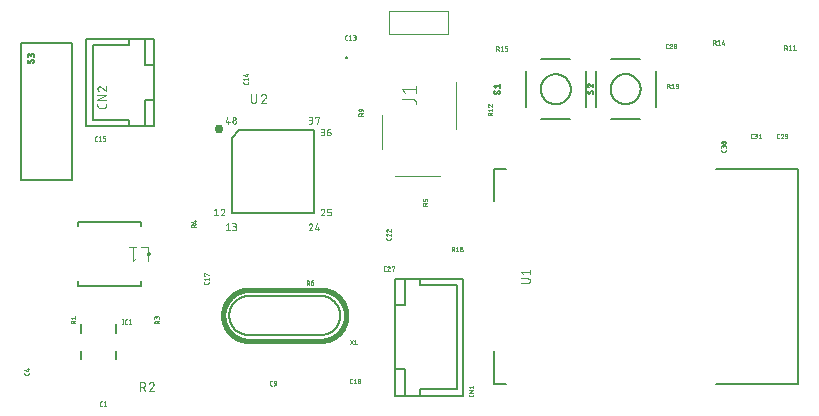
<source format=gto>
G04 EAGLE Gerber RS-274X export*
G04 #@! %TF.Part,Single*
G04 #@! %TF.FileFunction,Legend,Top,1*
G04 #@! %TF.FilePolarity,Positive*
G04 #@! %TF.GenerationSoftware,Autodesk,EAGLE,9.5.2*
G04 #@! %TF.CreationDate,2020-03-16T13:55:46Z*
G75*
%MOMM*%
%FSLAX34Y34*%
%LPD*%
%INSilkscreen Top*%
%IPPOS*%
%AMOC8*
5,1,8,0,0,1.08239X$1,22.5*%
G01*
%ADD10C,0.025400*%
%ADD11C,0.152400*%
%ADD12C,0.050800*%
%ADD13C,0.076200*%
%ADD14C,0.203200*%
%ADD15C,0.127000*%
%ADD16C,0.762000*%
%ADD17C,0.101600*%
%ADD18C,0.406400*%
%ADD19C,0.100000*%
%ADD20C,0.200000*%


D10*
X74642Y5313D02*
X73796Y5313D01*
X73741Y5315D01*
X73685Y5320D01*
X73631Y5329D01*
X73577Y5342D01*
X73524Y5358D01*
X73472Y5377D01*
X73421Y5400D01*
X73373Y5426D01*
X73325Y5456D01*
X73280Y5488D01*
X73238Y5523D01*
X73197Y5561D01*
X73159Y5602D01*
X73124Y5644D01*
X73092Y5689D01*
X73062Y5737D01*
X73036Y5785D01*
X73013Y5836D01*
X72994Y5888D01*
X72978Y5941D01*
X72965Y5995D01*
X72956Y6049D01*
X72951Y6105D01*
X72949Y6160D01*
X72949Y8276D01*
X72951Y8334D01*
X72957Y8391D01*
X72967Y8448D01*
X72980Y8505D01*
X72998Y8560D01*
X73019Y8613D01*
X73044Y8666D01*
X73072Y8716D01*
X73104Y8764D01*
X73139Y8811D01*
X73177Y8854D01*
X73218Y8895D01*
X73261Y8933D01*
X73308Y8968D01*
X73356Y9000D01*
X73406Y9028D01*
X73459Y9053D01*
X73512Y9074D01*
X73567Y9092D01*
X73624Y9105D01*
X73681Y9115D01*
X73738Y9121D01*
X73796Y9123D01*
X74642Y9123D01*
X76006Y8276D02*
X77065Y9123D01*
X77065Y5313D01*
X78123Y5313D02*
X76006Y5313D01*
X285424Y24377D02*
X286270Y24377D01*
X285424Y24377D02*
X285369Y24379D01*
X285313Y24384D01*
X285259Y24393D01*
X285205Y24406D01*
X285152Y24422D01*
X285100Y24441D01*
X285049Y24464D01*
X285001Y24490D01*
X284953Y24520D01*
X284908Y24552D01*
X284866Y24587D01*
X284825Y24625D01*
X284787Y24666D01*
X284752Y24708D01*
X284720Y24753D01*
X284690Y24801D01*
X284664Y24849D01*
X284641Y24900D01*
X284622Y24952D01*
X284606Y25005D01*
X284593Y25059D01*
X284584Y25113D01*
X284579Y25169D01*
X284577Y25224D01*
X284577Y27340D01*
X284579Y27398D01*
X284585Y27455D01*
X284595Y27512D01*
X284608Y27569D01*
X284626Y27624D01*
X284647Y27677D01*
X284672Y27730D01*
X284700Y27780D01*
X284732Y27828D01*
X284767Y27875D01*
X284805Y27918D01*
X284846Y27959D01*
X284889Y27997D01*
X284936Y28032D01*
X284984Y28064D01*
X285034Y28092D01*
X285087Y28117D01*
X285140Y28138D01*
X285195Y28156D01*
X285252Y28169D01*
X285309Y28179D01*
X285366Y28185D01*
X285424Y28187D01*
X286270Y28187D01*
X287634Y27340D02*
X288693Y28187D01*
X288693Y24377D01*
X289751Y24377D02*
X287634Y24377D01*
X291292Y26282D02*
X291294Y26392D01*
X291300Y26501D01*
X291309Y26610D01*
X291323Y26719D01*
X291340Y26827D01*
X291361Y26935D01*
X291385Y27041D01*
X291414Y27147D01*
X291446Y27252D01*
X291481Y27356D01*
X291520Y27458D01*
X291563Y27559D01*
X291610Y27658D01*
X291609Y27658D02*
X291629Y27708D01*
X291651Y27757D01*
X291677Y27805D01*
X291706Y27850D01*
X291739Y27893D01*
X291774Y27934D01*
X291812Y27973D01*
X291852Y28008D01*
X291895Y28041D01*
X291940Y28071D01*
X291987Y28098D01*
X292035Y28121D01*
X292085Y28141D01*
X292137Y28157D01*
X292189Y28170D01*
X292242Y28180D01*
X292296Y28185D01*
X292350Y28187D01*
X292404Y28185D01*
X292458Y28180D01*
X292511Y28170D01*
X292563Y28157D01*
X292615Y28141D01*
X292665Y28121D01*
X292713Y28098D01*
X292760Y28071D01*
X292805Y28041D01*
X292848Y28008D01*
X292888Y27973D01*
X292926Y27934D01*
X292961Y27893D01*
X292994Y27850D01*
X293023Y27805D01*
X293049Y27757D01*
X293071Y27708D01*
X293091Y27658D01*
X293138Y27559D01*
X293181Y27458D01*
X293220Y27356D01*
X293255Y27252D01*
X293287Y27147D01*
X293316Y27041D01*
X293340Y26935D01*
X293361Y26827D01*
X293378Y26719D01*
X293392Y26610D01*
X293401Y26501D01*
X293407Y26392D01*
X293409Y26282D01*
X291292Y26282D02*
X291294Y26172D01*
X291300Y26063D01*
X291309Y25954D01*
X291323Y25845D01*
X291340Y25737D01*
X291361Y25629D01*
X291385Y25523D01*
X291414Y25417D01*
X291446Y25312D01*
X291481Y25209D01*
X291520Y25106D01*
X291563Y25005D01*
X291610Y24906D01*
X291609Y24906D02*
X291629Y24856D01*
X291651Y24807D01*
X291677Y24759D01*
X291706Y24714D01*
X291739Y24671D01*
X291774Y24630D01*
X291812Y24591D01*
X291852Y24556D01*
X291895Y24523D01*
X291940Y24493D01*
X291987Y24466D01*
X292035Y24443D01*
X292085Y24423D01*
X292137Y24407D01*
X292189Y24394D01*
X292242Y24384D01*
X292296Y24379D01*
X292350Y24377D01*
X293091Y24906D02*
X293138Y25005D01*
X293181Y25106D01*
X293220Y25209D01*
X293255Y25312D01*
X293287Y25417D01*
X293316Y25523D01*
X293340Y25629D01*
X293361Y25737D01*
X293378Y25845D01*
X293392Y25954D01*
X293401Y26063D01*
X293407Y26172D01*
X293409Y26282D01*
X293091Y24906D02*
X293071Y24856D01*
X293049Y24807D01*
X293023Y24759D01*
X292994Y24714D01*
X292961Y24671D01*
X292926Y24630D01*
X292888Y24591D01*
X292848Y24556D01*
X292805Y24523D01*
X292760Y24493D01*
X292713Y24466D01*
X292665Y24443D01*
X292615Y24423D01*
X292563Y24407D01*
X292511Y24394D01*
X292458Y24384D01*
X292404Y24379D01*
X292350Y24377D01*
X291504Y25224D02*
X293197Y27340D01*
X282385Y315213D02*
X281538Y315213D01*
X281483Y315215D01*
X281427Y315220D01*
X281373Y315229D01*
X281319Y315242D01*
X281266Y315258D01*
X281214Y315277D01*
X281163Y315300D01*
X281115Y315326D01*
X281067Y315356D01*
X281022Y315388D01*
X280980Y315423D01*
X280939Y315461D01*
X280901Y315502D01*
X280866Y315544D01*
X280834Y315589D01*
X280804Y315637D01*
X280778Y315685D01*
X280755Y315736D01*
X280736Y315788D01*
X280720Y315841D01*
X280707Y315895D01*
X280698Y315949D01*
X280693Y316005D01*
X280691Y316060D01*
X280691Y318176D01*
X280693Y318234D01*
X280699Y318291D01*
X280709Y318348D01*
X280722Y318405D01*
X280740Y318460D01*
X280761Y318513D01*
X280786Y318566D01*
X280814Y318616D01*
X280846Y318664D01*
X280881Y318711D01*
X280919Y318754D01*
X280960Y318795D01*
X281003Y318833D01*
X281050Y318868D01*
X281098Y318900D01*
X281148Y318928D01*
X281201Y318953D01*
X281254Y318974D01*
X281309Y318992D01*
X281366Y319005D01*
X281423Y319015D01*
X281480Y319021D01*
X281538Y319023D01*
X282385Y319023D01*
X283749Y318176D02*
X284807Y319023D01*
X284807Y315213D01*
X283749Y315213D02*
X285865Y315213D01*
X287406Y315213D02*
X288465Y315213D01*
X288529Y315215D01*
X288593Y315221D01*
X288656Y315230D01*
X288718Y315244D01*
X288780Y315261D01*
X288840Y315282D01*
X288899Y315306D01*
X288957Y315334D01*
X289012Y315366D01*
X289066Y315400D01*
X289117Y315438D01*
X289167Y315479D01*
X289213Y315523D01*
X289257Y315569D01*
X289298Y315619D01*
X289336Y315670D01*
X289370Y315724D01*
X289402Y315779D01*
X289430Y315837D01*
X289454Y315896D01*
X289475Y315956D01*
X289492Y316018D01*
X289506Y316080D01*
X289515Y316143D01*
X289521Y316207D01*
X289523Y316271D01*
X289521Y316335D01*
X289515Y316399D01*
X289506Y316462D01*
X289492Y316524D01*
X289475Y316586D01*
X289454Y316646D01*
X289430Y316705D01*
X289402Y316763D01*
X289370Y316818D01*
X289336Y316872D01*
X289298Y316923D01*
X289257Y316973D01*
X289213Y317019D01*
X289167Y317063D01*
X289117Y317104D01*
X289066Y317142D01*
X289012Y317176D01*
X288957Y317208D01*
X288899Y317236D01*
X288840Y317260D01*
X288780Y317281D01*
X288718Y317298D01*
X288656Y317312D01*
X288593Y317321D01*
X288529Y317327D01*
X288465Y317329D01*
X288676Y319023D02*
X287406Y319023D01*
X288676Y319023D02*
X288733Y319021D01*
X288789Y319015D01*
X288845Y319006D01*
X288900Y318993D01*
X288954Y318976D01*
X289007Y318956D01*
X289058Y318932D01*
X289108Y318905D01*
X289155Y318874D01*
X289201Y318841D01*
X289244Y318804D01*
X289285Y318765D01*
X289323Y318723D01*
X289358Y318678D01*
X289390Y318632D01*
X289419Y318583D01*
X289444Y318533D01*
X289466Y318480D01*
X289485Y318427D01*
X289500Y318372D01*
X289511Y318317D01*
X289519Y318261D01*
X289523Y318204D01*
X289523Y318148D01*
X289519Y318091D01*
X289511Y318035D01*
X289500Y317980D01*
X289485Y317925D01*
X289466Y317872D01*
X289444Y317819D01*
X289419Y317769D01*
X289390Y317720D01*
X289358Y317674D01*
X289323Y317629D01*
X289285Y317587D01*
X289244Y317548D01*
X289201Y317511D01*
X289155Y317478D01*
X289108Y317447D01*
X289058Y317420D01*
X289007Y317396D01*
X288954Y317376D01*
X288900Y317359D01*
X288845Y317346D01*
X288789Y317337D01*
X288733Y317331D01*
X288676Y317329D01*
X288676Y317330D02*
X287830Y317330D01*
X198223Y279570D02*
X198223Y278724D01*
X198221Y278666D01*
X198215Y278609D01*
X198205Y278552D01*
X198192Y278495D01*
X198174Y278440D01*
X198153Y278387D01*
X198128Y278334D01*
X198100Y278284D01*
X198068Y278236D01*
X198033Y278189D01*
X197995Y278146D01*
X197954Y278105D01*
X197911Y278067D01*
X197864Y278032D01*
X197816Y278000D01*
X197766Y277972D01*
X197713Y277947D01*
X197660Y277926D01*
X197605Y277908D01*
X197548Y277895D01*
X197491Y277885D01*
X197434Y277879D01*
X197376Y277877D01*
X195260Y277877D01*
X195202Y277879D01*
X195145Y277885D01*
X195088Y277895D01*
X195031Y277908D01*
X194976Y277926D01*
X194923Y277947D01*
X194870Y277972D01*
X194820Y278000D01*
X194772Y278032D01*
X194725Y278067D01*
X194682Y278105D01*
X194641Y278146D01*
X194603Y278189D01*
X194568Y278236D01*
X194536Y278284D01*
X194508Y278334D01*
X194483Y278387D01*
X194462Y278440D01*
X194444Y278495D01*
X194431Y278552D01*
X194421Y278609D01*
X194415Y278666D01*
X194413Y278724D01*
X194413Y279570D01*
X195260Y280934D02*
X194413Y281993D01*
X198223Y281993D01*
X198223Y283051D02*
X198223Y280934D01*
X197376Y284592D02*
X194413Y285439D01*
X197376Y284592D02*
X197376Y286709D01*
X196530Y286074D02*
X198223Y286074D01*
X70435Y229663D02*
X69588Y229663D01*
X69533Y229665D01*
X69477Y229670D01*
X69423Y229679D01*
X69369Y229692D01*
X69316Y229708D01*
X69264Y229727D01*
X69213Y229750D01*
X69165Y229776D01*
X69117Y229806D01*
X69072Y229838D01*
X69030Y229873D01*
X68989Y229911D01*
X68951Y229952D01*
X68916Y229994D01*
X68884Y230039D01*
X68854Y230087D01*
X68828Y230135D01*
X68805Y230186D01*
X68786Y230238D01*
X68770Y230291D01*
X68757Y230345D01*
X68748Y230399D01*
X68743Y230455D01*
X68741Y230510D01*
X68741Y232626D01*
X68743Y232684D01*
X68749Y232741D01*
X68759Y232798D01*
X68772Y232855D01*
X68790Y232910D01*
X68811Y232963D01*
X68836Y233016D01*
X68864Y233066D01*
X68896Y233114D01*
X68931Y233161D01*
X68969Y233204D01*
X69010Y233245D01*
X69053Y233283D01*
X69100Y233318D01*
X69148Y233350D01*
X69198Y233378D01*
X69251Y233403D01*
X69304Y233424D01*
X69359Y233442D01*
X69416Y233455D01*
X69473Y233465D01*
X69530Y233471D01*
X69588Y233473D01*
X70435Y233473D01*
X71799Y232626D02*
X72857Y233473D01*
X72857Y229663D01*
X71799Y229663D02*
X73915Y229663D01*
X75456Y229663D02*
X76726Y229663D01*
X76781Y229665D01*
X76837Y229670D01*
X76891Y229679D01*
X76945Y229692D01*
X76998Y229708D01*
X77050Y229727D01*
X77101Y229750D01*
X77150Y229776D01*
X77197Y229806D01*
X77242Y229838D01*
X77284Y229873D01*
X77325Y229911D01*
X77363Y229952D01*
X77398Y229994D01*
X77430Y230039D01*
X77460Y230087D01*
X77486Y230135D01*
X77509Y230186D01*
X77528Y230238D01*
X77544Y230291D01*
X77557Y230345D01*
X77566Y230399D01*
X77571Y230455D01*
X77573Y230510D01*
X77573Y230933D01*
X77571Y230988D01*
X77566Y231044D01*
X77557Y231098D01*
X77544Y231152D01*
X77528Y231205D01*
X77509Y231257D01*
X77486Y231308D01*
X77460Y231357D01*
X77430Y231404D01*
X77398Y231449D01*
X77363Y231491D01*
X77325Y231532D01*
X77284Y231570D01*
X77242Y231605D01*
X77197Y231637D01*
X77150Y231667D01*
X77101Y231693D01*
X77050Y231716D01*
X76998Y231735D01*
X76945Y231751D01*
X76891Y231764D01*
X76837Y231773D01*
X76781Y231778D01*
X76726Y231780D01*
X75456Y231780D01*
X75456Y233473D01*
X77573Y233473D01*
X164987Y110385D02*
X164987Y109538D01*
X164985Y109480D01*
X164979Y109423D01*
X164969Y109366D01*
X164956Y109309D01*
X164938Y109254D01*
X164917Y109201D01*
X164892Y109148D01*
X164864Y109098D01*
X164832Y109050D01*
X164797Y109003D01*
X164759Y108960D01*
X164718Y108919D01*
X164675Y108881D01*
X164628Y108846D01*
X164580Y108814D01*
X164530Y108786D01*
X164477Y108761D01*
X164424Y108740D01*
X164369Y108722D01*
X164312Y108709D01*
X164255Y108699D01*
X164198Y108693D01*
X164140Y108691D01*
X162024Y108691D01*
X161966Y108693D01*
X161909Y108699D01*
X161852Y108709D01*
X161795Y108722D01*
X161740Y108740D01*
X161687Y108761D01*
X161634Y108786D01*
X161584Y108814D01*
X161536Y108846D01*
X161489Y108881D01*
X161446Y108919D01*
X161405Y108960D01*
X161367Y109003D01*
X161332Y109050D01*
X161300Y109098D01*
X161272Y109148D01*
X161247Y109201D01*
X161226Y109254D01*
X161208Y109309D01*
X161195Y109366D01*
X161185Y109423D01*
X161179Y109480D01*
X161177Y109538D01*
X161177Y110385D01*
X162024Y111749D02*
X161177Y112807D01*
X164987Y112807D01*
X164987Y111749D02*
X164987Y113865D01*
X161600Y115406D02*
X161177Y115406D01*
X161177Y117523D01*
X164987Y116465D01*
X319223Y146924D02*
X319223Y147770D01*
X319223Y146924D02*
X319221Y146866D01*
X319215Y146809D01*
X319205Y146752D01*
X319192Y146695D01*
X319174Y146640D01*
X319153Y146587D01*
X319128Y146534D01*
X319100Y146484D01*
X319068Y146436D01*
X319033Y146389D01*
X318995Y146346D01*
X318954Y146305D01*
X318911Y146267D01*
X318864Y146232D01*
X318816Y146200D01*
X318766Y146172D01*
X318713Y146147D01*
X318660Y146126D01*
X318605Y146108D01*
X318548Y146095D01*
X318491Y146085D01*
X318434Y146079D01*
X318376Y146077D01*
X316260Y146077D01*
X316202Y146079D01*
X316145Y146085D01*
X316088Y146095D01*
X316031Y146108D01*
X315976Y146126D01*
X315923Y146147D01*
X315870Y146172D01*
X315820Y146200D01*
X315772Y146232D01*
X315725Y146267D01*
X315682Y146305D01*
X315641Y146346D01*
X315603Y146389D01*
X315568Y146436D01*
X315536Y146484D01*
X315508Y146534D01*
X315483Y146587D01*
X315462Y146640D01*
X315444Y146695D01*
X315431Y146752D01*
X315421Y146809D01*
X315415Y146866D01*
X315413Y146924D01*
X315413Y147770D01*
X315413Y150299D02*
X315415Y150359D01*
X315421Y150418D01*
X315430Y150478D01*
X315443Y150536D01*
X315460Y150593D01*
X315480Y150650D01*
X315504Y150705D01*
X315531Y150758D01*
X315561Y150810D01*
X315595Y150859D01*
X315632Y150906D01*
X315671Y150951D01*
X315714Y150994D01*
X315759Y151033D01*
X315806Y151070D01*
X315855Y151104D01*
X315907Y151134D01*
X315960Y151161D01*
X316015Y151185D01*
X316072Y151205D01*
X316129Y151222D01*
X316187Y151235D01*
X316247Y151244D01*
X316306Y151250D01*
X316366Y151252D01*
X315413Y150299D02*
X315415Y150232D01*
X315420Y150165D01*
X315429Y150099D01*
X315442Y150033D01*
X315458Y149969D01*
X315478Y149905D01*
X315502Y149842D01*
X315528Y149780D01*
X315558Y149721D01*
X315591Y149663D01*
X315628Y149606D01*
X315667Y149552D01*
X315709Y149500D01*
X315754Y149451D01*
X315802Y149404D01*
X315852Y149360D01*
X315905Y149318D01*
X315960Y149280D01*
X316016Y149244D01*
X316075Y149212D01*
X316135Y149183D01*
X316197Y149157D01*
X316260Y149135D01*
X317107Y150933D02*
X317065Y150975D01*
X317020Y151014D01*
X316974Y151051D01*
X316925Y151085D01*
X316875Y151115D01*
X316823Y151143D01*
X316769Y151168D01*
X316714Y151190D01*
X316658Y151209D01*
X316601Y151224D01*
X316543Y151236D01*
X316484Y151244D01*
X316425Y151249D01*
X316366Y151251D01*
X317106Y150934D02*
X319223Y149134D01*
X319223Y151251D01*
X316366Y154909D02*
X316306Y154907D01*
X316247Y154901D01*
X316187Y154892D01*
X316129Y154879D01*
X316072Y154862D01*
X316015Y154842D01*
X315960Y154818D01*
X315907Y154791D01*
X315855Y154761D01*
X315806Y154727D01*
X315759Y154690D01*
X315714Y154651D01*
X315671Y154608D01*
X315632Y154563D01*
X315595Y154516D01*
X315561Y154467D01*
X315531Y154415D01*
X315504Y154362D01*
X315480Y154307D01*
X315460Y154250D01*
X315443Y154193D01*
X315430Y154135D01*
X315421Y154075D01*
X315415Y154016D01*
X315413Y153956D01*
X315415Y153889D01*
X315420Y153822D01*
X315429Y153756D01*
X315442Y153690D01*
X315458Y153626D01*
X315478Y153562D01*
X315502Y153499D01*
X315528Y153437D01*
X315558Y153378D01*
X315591Y153320D01*
X315628Y153263D01*
X315667Y153209D01*
X315709Y153157D01*
X315754Y153108D01*
X315802Y153061D01*
X315852Y153017D01*
X315905Y152975D01*
X315960Y152937D01*
X316016Y152901D01*
X316075Y152869D01*
X316135Y152840D01*
X316197Y152814D01*
X316260Y152792D01*
X317107Y154591D02*
X317065Y154633D01*
X317020Y154672D01*
X316974Y154709D01*
X316925Y154743D01*
X316875Y154773D01*
X316823Y154801D01*
X316769Y154826D01*
X316714Y154848D01*
X316658Y154867D01*
X316601Y154882D01*
X316543Y154894D01*
X316484Y154902D01*
X316425Y154907D01*
X316366Y154909D01*
X317106Y154591D02*
X319223Y152792D01*
X319223Y154909D01*
X314770Y119777D02*
X313924Y119777D01*
X313869Y119779D01*
X313813Y119784D01*
X313759Y119793D01*
X313705Y119806D01*
X313652Y119822D01*
X313600Y119841D01*
X313549Y119864D01*
X313501Y119890D01*
X313453Y119920D01*
X313408Y119952D01*
X313366Y119987D01*
X313325Y120025D01*
X313287Y120066D01*
X313252Y120108D01*
X313220Y120153D01*
X313190Y120201D01*
X313164Y120249D01*
X313141Y120300D01*
X313122Y120352D01*
X313106Y120405D01*
X313093Y120459D01*
X313084Y120513D01*
X313079Y120569D01*
X313077Y120624D01*
X313077Y122740D01*
X313079Y122798D01*
X313085Y122855D01*
X313095Y122912D01*
X313108Y122969D01*
X313126Y123024D01*
X313147Y123077D01*
X313172Y123130D01*
X313200Y123180D01*
X313232Y123228D01*
X313267Y123275D01*
X313305Y123318D01*
X313346Y123359D01*
X313389Y123397D01*
X313436Y123432D01*
X313484Y123464D01*
X313534Y123492D01*
X313587Y123517D01*
X313640Y123538D01*
X313695Y123556D01*
X313752Y123569D01*
X313809Y123579D01*
X313866Y123585D01*
X313924Y123587D01*
X314770Y123587D01*
X317299Y123588D02*
X317359Y123586D01*
X317418Y123580D01*
X317478Y123571D01*
X317536Y123558D01*
X317593Y123541D01*
X317650Y123521D01*
X317705Y123497D01*
X317758Y123470D01*
X317810Y123440D01*
X317859Y123406D01*
X317906Y123369D01*
X317951Y123330D01*
X317994Y123287D01*
X318033Y123242D01*
X318070Y123195D01*
X318104Y123146D01*
X318134Y123094D01*
X318161Y123041D01*
X318185Y122986D01*
X318205Y122929D01*
X318222Y122872D01*
X318235Y122814D01*
X318244Y122754D01*
X318250Y122695D01*
X318252Y122635D01*
X317299Y123587D02*
X317232Y123585D01*
X317165Y123580D01*
X317099Y123571D01*
X317033Y123558D01*
X316969Y123542D01*
X316905Y123522D01*
X316842Y123498D01*
X316780Y123472D01*
X316721Y123442D01*
X316663Y123409D01*
X316606Y123372D01*
X316552Y123333D01*
X316500Y123291D01*
X316451Y123246D01*
X316404Y123198D01*
X316360Y123148D01*
X316318Y123095D01*
X316280Y123040D01*
X316244Y122984D01*
X316212Y122925D01*
X316183Y122865D01*
X316157Y122803D01*
X316135Y122740D01*
X317934Y121894D02*
X317975Y121936D01*
X318014Y121981D01*
X318051Y122027D01*
X318085Y122076D01*
X318116Y122126D01*
X318143Y122178D01*
X318168Y122232D01*
X318190Y122287D01*
X318209Y122343D01*
X318224Y122400D01*
X318236Y122458D01*
X318244Y122517D01*
X318249Y122576D01*
X318251Y122635D01*
X317934Y121894D02*
X316134Y119777D01*
X318251Y119777D01*
X319792Y123164D02*
X319792Y123587D01*
X321909Y123587D01*
X320850Y119777D01*
X552824Y307977D02*
X553670Y307977D01*
X552824Y307977D02*
X552769Y307979D01*
X552713Y307984D01*
X552659Y307993D01*
X552605Y308006D01*
X552552Y308022D01*
X552500Y308041D01*
X552449Y308064D01*
X552401Y308090D01*
X552353Y308120D01*
X552308Y308152D01*
X552266Y308187D01*
X552225Y308225D01*
X552187Y308266D01*
X552152Y308308D01*
X552120Y308353D01*
X552090Y308401D01*
X552064Y308449D01*
X552041Y308500D01*
X552022Y308552D01*
X552006Y308605D01*
X551993Y308659D01*
X551984Y308713D01*
X551979Y308769D01*
X551977Y308824D01*
X551977Y310940D01*
X551979Y310998D01*
X551985Y311055D01*
X551995Y311112D01*
X552008Y311169D01*
X552026Y311224D01*
X552047Y311277D01*
X552072Y311330D01*
X552100Y311380D01*
X552132Y311428D01*
X552167Y311475D01*
X552205Y311518D01*
X552246Y311559D01*
X552289Y311597D01*
X552336Y311632D01*
X552384Y311664D01*
X552434Y311692D01*
X552487Y311717D01*
X552540Y311738D01*
X552595Y311756D01*
X552652Y311769D01*
X552709Y311779D01*
X552766Y311785D01*
X552824Y311787D01*
X553670Y311787D01*
X556199Y311788D02*
X556259Y311786D01*
X556318Y311780D01*
X556378Y311771D01*
X556436Y311758D01*
X556493Y311741D01*
X556550Y311721D01*
X556605Y311697D01*
X556658Y311670D01*
X556710Y311640D01*
X556759Y311606D01*
X556806Y311569D01*
X556851Y311530D01*
X556894Y311487D01*
X556933Y311442D01*
X556970Y311395D01*
X557004Y311346D01*
X557034Y311294D01*
X557061Y311241D01*
X557085Y311186D01*
X557105Y311129D01*
X557122Y311072D01*
X557135Y311014D01*
X557144Y310954D01*
X557150Y310895D01*
X557152Y310835D01*
X556199Y311787D02*
X556132Y311785D01*
X556065Y311780D01*
X555999Y311771D01*
X555933Y311758D01*
X555869Y311742D01*
X555805Y311722D01*
X555742Y311698D01*
X555680Y311672D01*
X555621Y311642D01*
X555563Y311609D01*
X555506Y311572D01*
X555452Y311533D01*
X555400Y311491D01*
X555351Y311446D01*
X555304Y311398D01*
X555260Y311348D01*
X555218Y311295D01*
X555180Y311240D01*
X555144Y311184D01*
X555112Y311125D01*
X555083Y311065D01*
X555057Y311003D01*
X555035Y310940D01*
X556834Y310094D02*
X556875Y310136D01*
X556914Y310181D01*
X556951Y310227D01*
X556985Y310276D01*
X557016Y310326D01*
X557043Y310378D01*
X557068Y310432D01*
X557090Y310487D01*
X557109Y310543D01*
X557124Y310600D01*
X557136Y310658D01*
X557144Y310717D01*
X557149Y310776D01*
X557151Y310835D01*
X556834Y310094D02*
X555034Y307977D01*
X557151Y307977D01*
X558692Y309035D02*
X558694Y309099D01*
X558700Y309163D01*
X558709Y309226D01*
X558723Y309288D01*
X558740Y309350D01*
X558761Y309410D01*
X558785Y309469D01*
X558813Y309527D01*
X558845Y309582D01*
X558879Y309636D01*
X558917Y309687D01*
X558958Y309737D01*
X559002Y309783D01*
X559048Y309827D01*
X559098Y309868D01*
X559149Y309906D01*
X559203Y309940D01*
X559258Y309972D01*
X559316Y310000D01*
X559375Y310024D01*
X559435Y310045D01*
X559497Y310062D01*
X559559Y310076D01*
X559622Y310085D01*
X559686Y310091D01*
X559750Y310093D01*
X559814Y310091D01*
X559878Y310085D01*
X559941Y310076D01*
X560003Y310062D01*
X560065Y310045D01*
X560125Y310024D01*
X560184Y310000D01*
X560242Y309972D01*
X560297Y309940D01*
X560351Y309906D01*
X560402Y309868D01*
X560452Y309827D01*
X560498Y309783D01*
X560542Y309737D01*
X560583Y309687D01*
X560621Y309636D01*
X560655Y309582D01*
X560687Y309527D01*
X560715Y309469D01*
X560739Y309410D01*
X560760Y309350D01*
X560777Y309288D01*
X560791Y309226D01*
X560800Y309163D01*
X560806Y309099D01*
X560808Y309035D01*
X560806Y308971D01*
X560800Y308907D01*
X560791Y308844D01*
X560777Y308782D01*
X560760Y308720D01*
X560739Y308660D01*
X560715Y308601D01*
X560687Y308543D01*
X560655Y308488D01*
X560621Y308434D01*
X560583Y308383D01*
X560542Y308333D01*
X560498Y308287D01*
X560452Y308243D01*
X560402Y308202D01*
X560351Y308164D01*
X560297Y308130D01*
X560242Y308098D01*
X560184Y308070D01*
X560125Y308046D01*
X560065Y308025D01*
X560003Y308008D01*
X559941Y307994D01*
X559878Y307985D01*
X559814Y307979D01*
X559750Y307977D01*
X559686Y307979D01*
X559622Y307985D01*
X559559Y307994D01*
X559497Y308008D01*
X559435Y308025D01*
X559375Y308046D01*
X559316Y308070D01*
X559258Y308098D01*
X559203Y308130D01*
X559149Y308164D01*
X559098Y308202D01*
X559048Y308243D01*
X559002Y308287D01*
X558958Y308333D01*
X558917Y308383D01*
X558879Y308434D01*
X558845Y308488D01*
X558813Y308543D01*
X558785Y308601D01*
X558761Y308660D01*
X558740Y308720D01*
X558723Y308782D01*
X558709Y308844D01*
X558700Y308907D01*
X558694Y308971D01*
X558692Y309035D01*
X558903Y310940D02*
X558905Y310997D01*
X558911Y311053D01*
X558920Y311109D01*
X558933Y311164D01*
X558950Y311218D01*
X558970Y311271D01*
X558994Y311322D01*
X559021Y311372D01*
X559052Y311419D01*
X559085Y311465D01*
X559122Y311508D01*
X559161Y311549D01*
X559203Y311587D01*
X559248Y311622D01*
X559294Y311654D01*
X559343Y311683D01*
X559393Y311708D01*
X559446Y311730D01*
X559499Y311749D01*
X559554Y311764D01*
X559609Y311775D01*
X559665Y311783D01*
X559722Y311787D01*
X559778Y311787D01*
X559835Y311783D01*
X559891Y311775D01*
X559946Y311764D01*
X560001Y311749D01*
X560054Y311730D01*
X560107Y311708D01*
X560157Y311683D01*
X560206Y311654D01*
X560252Y311622D01*
X560297Y311587D01*
X560339Y311549D01*
X560378Y311508D01*
X560415Y311465D01*
X560448Y311419D01*
X560479Y311372D01*
X560506Y311322D01*
X560530Y311271D01*
X560550Y311218D01*
X560567Y311164D01*
X560580Y311109D01*
X560589Y311053D01*
X560595Y310997D01*
X560597Y310940D01*
X560595Y310883D01*
X560589Y310827D01*
X560580Y310771D01*
X560567Y310716D01*
X560550Y310662D01*
X560530Y310609D01*
X560506Y310558D01*
X560479Y310508D01*
X560448Y310461D01*
X560415Y310415D01*
X560378Y310372D01*
X560339Y310331D01*
X560297Y310293D01*
X560252Y310258D01*
X560206Y310226D01*
X560157Y310197D01*
X560107Y310172D01*
X560054Y310150D01*
X560001Y310131D01*
X559946Y310116D01*
X559891Y310105D01*
X559835Y310097D01*
X559778Y310093D01*
X559722Y310093D01*
X559665Y310097D01*
X559609Y310105D01*
X559554Y310116D01*
X559499Y310131D01*
X559446Y310150D01*
X559393Y310172D01*
X559343Y310197D01*
X559294Y310226D01*
X559248Y310258D01*
X559203Y310293D01*
X559161Y310331D01*
X559122Y310372D01*
X559085Y310415D01*
X559052Y310461D01*
X559021Y310508D01*
X558994Y310558D01*
X558970Y310609D01*
X558950Y310662D01*
X558933Y310716D01*
X558920Y310771D01*
X558911Y310827D01*
X558905Y310883D01*
X558903Y310940D01*
X646988Y231763D02*
X647835Y231763D01*
X646988Y231763D02*
X646933Y231765D01*
X646877Y231770D01*
X646823Y231779D01*
X646769Y231792D01*
X646716Y231808D01*
X646664Y231827D01*
X646613Y231850D01*
X646565Y231876D01*
X646517Y231906D01*
X646472Y231938D01*
X646430Y231973D01*
X646389Y232011D01*
X646351Y232052D01*
X646316Y232094D01*
X646284Y232139D01*
X646254Y232187D01*
X646228Y232235D01*
X646205Y232286D01*
X646186Y232338D01*
X646170Y232391D01*
X646157Y232445D01*
X646148Y232499D01*
X646143Y232555D01*
X646141Y232610D01*
X646141Y234726D01*
X646143Y234784D01*
X646149Y234841D01*
X646159Y234898D01*
X646172Y234955D01*
X646190Y235010D01*
X646211Y235063D01*
X646236Y235116D01*
X646264Y235166D01*
X646296Y235214D01*
X646331Y235261D01*
X646369Y235304D01*
X646410Y235345D01*
X646453Y235383D01*
X646500Y235418D01*
X646548Y235450D01*
X646598Y235478D01*
X646651Y235503D01*
X646704Y235524D01*
X646759Y235542D01*
X646816Y235555D01*
X646873Y235565D01*
X646930Y235571D01*
X646988Y235573D01*
X647835Y235573D01*
X650363Y235574D02*
X650423Y235572D01*
X650482Y235566D01*
X650542Y235557D01*
X650600Y235544D01*
X650657Y235527D01*
X650714Y235507D01*
X650769Y235483D01*
X650822Y235456D01*
X650874Y235426D01*
X650923Y235392D01*
X650970Y235355D01*
X651015Y235316D01*
X651058Y235273D01*
X651097Y235228D01*
X651134Y235181D01*
X651168Y235132D01*
X651198Y235080D01*
X651225Y235027D01*
X651249Y234972D01*
X651269Y234915D01*
X651286Y234858D01*
X651299Y234800D01*
X651308Y234740D01*
X651314Y234681D01*
X651316Y234621D01*
X650363Y235573D02*
X650296Y235571D01*
X650229Y235566D01*
X650163Y235557D01*
X650097Y235544D01*
X650033Y235528D01*
X649969Y235508D01*
X649906Y235484D01*
X649844Y235458D01*
X649785Y235428D01*
X649727Y235395D01*
X649670Y235358D01*
X649616Y235319D01*
X649564Y235277D01*
X649515Y235232D01*
X649468Y235184D01*
X649424Y235134D01*
X649382Y235081D01*
X649344Y235026D01*
X649308Y234970D01*
X649276Y234911D01*
X649247Y234851D01*
X649221Y234789D01*
X649199Y234726D01*
X650998Y233880D02*
X651039Y233922D01*
X651078Y233967D01*
X651115Y234013D01*
X651149Y234062D01*
X651180Y234112D01*
X651207Y234164D01*
X651232Y234218D01*
X651254Y234273D01*
X651273Y234329D01*
X651288Y234386D01*
X651300Y234444D01*
X651308Y234503D01*
X651313Y234562D01*
X651315Y234621D01*
X650998Y233880D02*
X649199Y231763D01*
X651315Y231763D01*
X653703Y233456D02*
X654973Y233456D01*
X653703Y233456D02*
X653648Y233458D01*
X653592Y233463D01*
X653538Y233472D01*
X653484Y233485D01*
X653431Y233501D01*
X653379Y233520D01*
X653328Y233543D01*
X653280Y233569D01*
X653232Y233599D01*
X653187Y233631D01*
X653145Y233666D01*
X653104Y233704D01*
X653066Y233745D01*
X653031Y233787D01*
X652999Y233832D01*
X652969Y233880D01*
X652943Y233928D01*
X652920Y233979D01*
X652901Y234031D01*
X652885Y234084D01*
X652872Y234138D01*
X652863Y234192D01*
X652858Y234248D01*
X652856Y234303D01*
X652856Y234515D01*
X652857Y234515D02*
X652859Y234579D01*
X652865Y234643D01*
X652874Y234706D01*
X652888Y234768D01*
X652905Y234830D01*
X652926Y234890D01*
X652950Y234949D01*
X652978Y235007D01*
X653010Y235062D01*
X653044Y235116D01*
X653082Y235167D01*
X653123Y235217D01*
X653167Y235263D01*
X653213Y235307D01*
X653263Y235348D01*
X653314Y235386D01*
X653368Y235420D01*
X653423Y235452D01*
X653481Y235480D01*
X653540Y235504D01*
X653600Y235525D01*
X653662Y235542D01*
X653724Y235556D01*
X653787Y235565D01*
X653851Y235571D01*
X653915Y235573D01*
X653979Y235571D01*
X654043Y235565D01*
X654106Y235556D01*
X654168Y235542D01*
X654230Y235525D01*
X654290Y235504D01*
X654349Y235480D01*
X654407Y235452D01*
X654462Y235420D01*
X654516Y235386D01*
X654567Y235348D01*
X654617Y235307D01*
X654663Y235263D01*
X654707Y235217D01*
X654748Y235167D01*
X654786Y235116D01*
X654820Y235062D01*
X654852Y235007D01*
X654880Y234949D01*
X654904Y234890D01*
X654925Y234830D01*
X654942Y234768D01*
X654956Y234706D01*
X654965Y234643D01*
X654971Y234579D01*
X654973Y234515D01*
X654973Y233456D01*
X654971Y233375D01*
X654965Y233295D01*
X654956Y233215D01*
X654942Y233136D01*
X654925Y233057D01*
X654904Y232979D01*
X654880Y232902D01*
X654852Y232827D01*
X654820Y232753D01*
X654785Y232680D01*
X654746Y232610D01*
X654704Y232541D01*
X654659Y232474D01*
X654611Y232409D01*
X654559Y232347D01*
X654505Y232288D01*
X654448Y232231D01*
X654389Y232177D01*
X654327Y232125D01*
X654262Y232077D01*
X654195Y232032D01*
X654127Y231990D01*
X654056Y231951D01*
X653983Y231916D01*
X653909Y231884D01*
X653834Y231856D01*
X653757Y231832D01*
X653679Y231811D01*
X653600Y231794D01*
X653521Y231780D01*
X653441Y231771D01*
X653361Y231765D01*
X653280Y231763D01*
X602987Y222385D02*
X602987Y221538D01*
X602985Y221480D01*
X602979Y221423D01*
X602969Y221366D01*
X602956Y221309D01*
X602938Y221254D01*
X602917Y221201D01*
X602892Y221148D01*
X602864Y221098D01*
X602832Y221050D01*
X602797Y221003D01*
X602759Y220960D01*
X602718Y220919D01*
X602675Y220881D01*
X602628Y220846D01*
X602580Y220814D01*
X602530Y220786D01*
X602477Y220761D01*
X602424Y220740D01*
X602369Y220722D01*
X602312Y220709D01*
X602255Y220699D01*
X602198Y220693D01*
X602140Y220691D01*
X600024Y220691D01*
X599966Y220693D01*
X599909Y220699D01*
X599852Y220709D01*
X599795Y220722D01*
X599740Y220740D01*
X599687Y220761D01*
X599634Y220786D01*
X599584Y220814D01*
X599536Y220846D01*
X599489Y220881D01*
X599446Y220919D01*
X599405Y220960D01*
X599367Y221003D01*
X599332Y221050D01*
X599300Y221098D01*
X599272Y221148D01*
X599247Y221201D01*
X599226Y221254D01*
X599208Y221309D01*
X599195Y221366D01*
X599185Y221423D01*
X599179Y221480D01*
X599177Y221538D01*
X599177Y222385D01*
X602987Y223749D02*
X602987Y224807D01*
X602985Y224871D01*
X602979Y224935D01*
X602970Y224998D01*
X602956Y225060D01*
X602939Y225122D01*
X602918Y225182D01*
X602894Y225241D01*
X602866Y225299D01*
X602834Y225354D01*
X602800Y225408D01*
X602762Y225459D01*
X602721Y225509D01*
X602677Y225555D01*
X602631Y225599D01*
X602581Y225640D01*
X602530Y225678D01*
X602476Y225712D01*
X602421Y225744D01*
X602363Y225772D01*
X602304Y225796D01*
X602244Y225817D01*
X602182Y225834D01*
X602120Y225848D01*
X602057Y225857D01*
X601993Y225863D01*
X601929Y225865D01*
X601865Y225863D01*
X601801Y225857D01*
X601738Y225848D01*
X601676Y225834D01*
X601614Y225817D01*
X601554Y225796D01*
X601495Y225772D01*
X601437Y225744D01*
X601382Y225712D01*
X601328Y225678D01*
X601277Y225640D01*
X601227Y225599D01*
X601181Y225555D01*
X601137Y225509D01*
X601096Y225459D01*
X601058Y225408D01*
X601024Y225354D01*
X600992Y225299D01*
X600964Y225241D01*
X600940Y225182D01*
X600919Y225122D01*
X600902Y225060D01*
X600888Y224998D01*
X600879Y224935D01*
X600873Y224871D01*
X600871Y224807D01*
X599177Y225019D02*
X599177Y223749D01*
X599177Y225019D02*
X599179Y225076D01*
X599185Y225132D01*
X599194Y225188D01*
X599207Y225243D01*
X599224Y225297D01*
X599244Y225350D01*
X599268Y225401D01*
X599295Y225451D01*
X599326Y225498D01*
X599359Y225544D01*
X599396Y225587D01*
X599435Y225628D01*
X599477Y225666D01*
X599522Y225701D01*
X599568Y225733D01*
X599617Y225762D01*
X599667Y225787D01*
X599720Y225809D01*
X599773Y225828D01*
X599828Y225843D01*
X599883Y225854D01*
X599939Y225862D01*
X599996Y225866D01*
X600052Y225866D01*
X600109Y225862D01*
X600165Y225854D01*
X600220Y225843D01*
X600275Y225828D01*
X600328Y225809D01*
X600381Y225787D01*
X600431Y225762D01*
X600480Y225733D01*
X600526Y225701D01*
X600571Y225666D01*
X600613Y225628D01*
X600652Y225587D01*
X600689Y225544D01*
X600722Y225498D01*
X600753Y225451D01*
X600780Y225401D01*
X600804Y225350D01*
X600824Y225297D01*
X600841Y225243D01*
X600854Y225188D01*
X600863Y225132D01*
X600869Y225076D01*
X600871Y225019D01*
X600870Y225019D02*
X600870Y224172D01*
X601082Y227406D02*
X600972Y227408D01*
X600863Y227414D01*
X600754Y227423D01*
X600645Y227437D01*
X600537Y227454D01*
X600429Y227475D01*
X600323Y227499D01*
X600217Y227528D01*
X600112Y227560D01*
X600008Y227595D01*
X599906Y227634D01*
X599805Y227677D01*
X599706Y227724D01*
X599656Y227744D01*
X599607Y227766D01*
X599559Y227792D01*
X599514Y227821D01*
X599471Y227854D01*
X599430Y227889D01*
X599391Y227927D01*
X599356Y227967D01*
X599323Y228010D01*
X599293Y228055D01*
X599266Y228102D01*
X599243Y228150D01*
X599223Y228200D01*
X599207Y228252D01*
X599194Y228304D01*
X599184Y228357D01*
X599179Y228411D01*
X599177Y228465D01*
X599179Y228519D01*
X599184Y228573D01*
X599194Y228626D01*
X599207Y228678D01*
X599223Y228730D01*
X599243Y228780D01*
X599266Y228828D01*
X599293Y228875D01*
X599323Y228920D01*
X599356Y228963D01*
X599391Y229003D01*
X599430Y229041D01*
X599471Y229076D01*
X599514Y229109D01*
X599559Y229138D01*
X599607Y229164D01*
X599656Y229186D01*
X599706Y229206D01*
X599706Y229205D02*
X599805Y229252D01*
X599906Y229295D01*
X600008Y229334D01*
X600112Y229369D01*
X600217Y229401D01*
X600323Y229430D01*
X600429Y229454D01*
X600537Y229475D01*
X600645Y229492D01*
X600754Y229506D01*
X600863Y229515D01*
X600972Y229521D01*
X601082Y229523D01*
X601082Y227406D02*
X601192Y227408D01*
X601301Y227414D01*
X601410Y227423D01*
X601519Y227437D01*
X601627Y227454D01*
X601735Y227475D01*
X601841Y227499D01*
X601947Y227528D01*
X602052Y227560D01*
X602156Y227595D01*
X602258Y227634D01*
X602359Y227677D01*
X602458Y227724D01*
X602508Y227744D01*
X602557Y227766D01*
X602605Y227792D01*
X602650Y227821D01*
X602693Y227854D01*
X602734Y227889D01*
X602773Y227927D01*
X602808Y227967D01*
X602841Y228010D01*
X602871Y228055D01*
X602898Y228102D01*
X602921Y228150D01*
X602941Y228201D01*
X602957Y228252D01*
X602970Y228304D01*
X602980Y228357D01*
X602985Y228411D01*
X602987Y228465D01*
X602458Y229205D02*
X602359Y229252D01*
X602258Y229295D01*
X602156Y229334D01*
X602052Y229369D01*
X601947Y229401D01*
X601841Y229430D01*
X601735Y229454D01*
X601627Y229475D01*
X601519Y229492D01*
X601410Y229506D01*
X601301Y229515D01*
X601192Y229521D01*
X601082Y229523D01*
X602458Y229206D02*
X602508Y229186D01*
X602557Y229164D01*
X602605Y229138D01*
X602650Y229109D01*
X602693Y229076D01*
X602734Y229041D01*
X602773Y229003D01*
X602808Y228963D01*
X602841Y228920D01*
X602871Y228875D01*
X602898Y228828D01*
X602921Y228780D01*
X602941Y228729D01*
X602957Y228678D01*
X602970Y228626D01*
X602980Y228573D01*
X602985Y228519D01*
X602987Y228465D01*
X602140Y227618D02*
X600024Y229311D01*
X624688Y232163D02*
X625535Y232163D01*
X624688Y232163D02*
X624633Y232165D01*
X624577Y232170D01*
X624523Y232179D01*
X624469Y232192D01*
X624416Y232208D01*
X624364Y232227D01*
X624313Y232250D01*
X624265Y232276D01*
X624217Y232306D01*
X624172Y232338D01*
X624130Y232373D01*
X624089Y232411D01*
X624051Y232452D01*
X624016Y232494D01*
X623984Y232539D01*
X623954Y232587D01*
X623928Y232635D01*
X623905Y232686D01*
X623886Y232738D01*
X623870Y232791D01*
X623857Y232845D01*
X623848Y232899D01*
X623843Y232955D01*
X623841Y233010D01*
X623841Y235126D01*
X623843Y235184D01*
X623849Y235241D01*
X623859Y235298D01*
X623872Y235355D01*
X623890Y235410D01*
X623911Y235463D01*
X623936Y235516D01*
X623964Y235566D01*
X623996Y235614D01*
X624031Y235661D01*
X624069Y235704D01*
X624110Y235745D01*
X624153Y235783D01*
X624200Y235818D01*
X624248Y235850D01*
X624298Y235878D01*
X624351Y235903D01*
X624404Y235924D01*
X624459Y235942D01*
X624516Y235955D01*
X624573Y235965D01*
X624630Y235971D01*
X624688Y235973D01*
X625535Y235973D01*
X626899Y232163D02*
X627957Y232163D01*
X628021Y232165D01*
X628085Y232171D01*
X628148Y232180D01*
X628210Y232194D01*
X628272Y232211D01*
X628332Y232232D01*
X628391Y232256D01*
X628449Y232284D01*
X628504Y232316D01*
X628558Y232350D01*
X628609Y232388D01*
X628659Y232429D01*
X628705Y232473D01*
X628749Y232519D01*
X628790Y232569D01*
X628828Y232620D01*
X628862Y232674D01*
X628894Y232729D01*
X628922Y232787D01*
X628946Y232846D01*
X628967Y232906D01*
X628984Y232968D01*
X628998Y233030D01*
X629007Y233093D01*
X629013Y233157D01*
X629015Y233221D01*
X629013Y233285D01*
X629007Y233349D01*
X628998Y233412D01*
X628984Y233474D01*
X628967Y233536D01*
X628946Y233596D01*
X628922Y233655D01*
X628894Y233713D01*
X628862Y233768D01*
X628828Y233822D01*
X628790Y233873D01*
X628749Y233923D01*
X628705Y233969D01*
X628659Y234013D01*
X628609Y234054D01*
X628558Y234092D01*
X628504Y234126D01*
X628449Y234158D01*
X628391Y234186D01*
X628332Y234210D01*
X628272Y234231D01*
X628210Y234248D01*
X628148Y234262D01*
X628085Y234271D01*
X628021Y234277D01*
X627957Y234279D01*
X628169Y235973D02*
X626899Y235973D01*
X628169Y235973D02*
X628226Y235971D01*
X628282Y235965D01*
X628338Y235956D01*
X628393Y235943D01*
X628447Y235926D01*
X628500Y235906D01*
X628551Y235882D01*
X628601Y235855D01*
X628648Y235824D01*
X628694Y235791D01*
X628737Y235754D01*
X628778Y235715D01*
X628816Y235673D01*
X628851Y235628D01*
X628883Y235582D01*
X628912Y235533D01*
X628937Y235483D01*
X628959Y235430D01*
X628978Y235377D01*
X628993Y235322D01*
X629004Y235267D01*
X629012Y235211D01*
X629016Y235154D01*
X629016Y235098D01*
X629012Y235041D01*
X629004Y234985D01*
X628993Y234930D01*
X628978Y234875D01*
X628959Y234822D01*
X628937Y234769D01*
X628912Y234719D01*
X628883Y234670D01*
X628851Y234624D01*
X628816Y234579D01*
X628778Y234537D01*
X628737Y234498D01*
X628694Y234461D01*
X628648Y234428D01*
X628601Y234397D01*
X628551Y234370D01*
X628500Y234346D01*
X628447Y234326D01*
X628393Y234309D01*
X628338Y234296D01*
X628282Y234287D01*
X628226Y234281D01*
X628169Y234279D01*
X628169Y234280D02*
X627322Y234280D01*
X630556Y235126D02*
X631615Y235973D01*
X631615Y232163D01*
X632673Y232163D02*
X630556Y232163D01*
X12837Y33592D02*
X12837Y32746D01*
X12835Y32688D01*
X12829Y32631D01*
X12819Y32574D01*
X12806Y32517D01*
X12788Y32462D01*
X12767Y32409D01*
X12742Y32356D01*
X12714Y32306D01*
X12682Y32258D01*
X12647Y32211D01*
X12609Y32168D01*
X12568Y32127D01*
X12525Y32089D01*
X12478Y32054D01*
X12430Y32022D01*
X12380Y31994D01*
X12327Y31969D01*
X12274Y31948D01*
X12219Y31930D01*
X12162Y31917D01*
X12105Y31907D01*
X12048Y31901D01*
X11990Y31899D01*
X9874Y31899D01*
X9816Y31901D01*
X9759Y31907D01*
X9702Y31917D01*
X9645Y31930D01*
X9590Y31948D01*
X9537Y31969D01*
X9484Y31994D01*
X9434Y32022D01*
X9386Y32054D01*
X9339Y32089D01*
X9296Y32127D01*
X9255Y32168D01*
X9217Y32211D01*
X9182Y32258D01*
X9150Y32306D01*
X9122Y32356D01*
X9097Y32409D01*
X9076Y32462D01*
X9058Y32517D01*
X9045Y32574D01*
X9035Y32631D01*
X9029Y32688D01*
X9027Y32746D01*
X9027Y33592D01*
X9027Y35803D02*
X11990Y34956D01*
X11990Y37073D01*
X11144Y36438D02*
X12837Y36438D01*
X217896Y22613D02*
X218742Y22613D01*
X217896Y22613D02*
X217841Y22615D01*
X217785Y22620D01*
X217731Y22629D01*
X217677Y22642D01*
X217624Y22658D01*
X217572Y22677D01*
X217521Y22700D01*
X217473Y22726D01*
X217425Y22756D01*
X217380Y22788D01*
X217338Y22823D01*
X217297Y22861D01*
X217259Y22902D01*
X217224Y22944D01*
X217192Y22989D01*
X217162Y23037D01*
X217136Y23085D01*
X217113Y23136D01*
X217094Y23188D01*
X217078Y23241D01*
X217065Y23295D01*
X217056Y23349D01*
X217051Y23405D01*
X217049Y23460D01*
X217049Y25576D01*
X217051Y25634D01*
X217057Y25691D01*
X217067Y25748D01*
X217080Y25805D01*
X217098Y25860D01*
X217119Y25913D01*
X217144Y25966D01*
X217172Y26016D01*
X217204Y26064D01*
X217239Y26111D01*
X217277Y26154D01*
X217318Y26195D01*
X217361Y26233D01*
X217408Y26268D01*
X217456Y26300D01*
X217506Y26328D01*
X217559Y26353D01*
X217612Y26374D01*
X217667Y26392D01*
X217724Y26405D01*
X217781Y26415D01*
X217838Y26421D01*
X217896Y26423D01*
X218742Y26423D01*
X220953Y24306D02*
X222223Y24306D01*
X220953Y24306D02*
X220898Y24308D01*
X220842Y24313D01*
X220788Y24322D01*
X220734Y24335D01*
X220681Y24351D01*
X220629Y24370D01*
X220578Y24393D01*
X220530Y24419D01*
X220482Y24449D01*
X220437Y24481D01*
X220395Y24516D01*
X220354Y24554D01*
X220316Y24595D01*
X220281Y24637D01*
X220249Y24682D01*
X220219Y24730D01*
X220193Y24778D01*
X220170Y24829D01*
X220151Y24881D01*
X220135Y24934D01*
X220122Y24988D01*
X220113Y25042D01*
X220108Y25098D01*
X220106Y25153D01*
X220106Y25365D01*
X220107Y25365D02*
X220109Y25429D01*
X220115Y25493D01*
X220124Y25556D01*
X220138Y25618D01*
X220155Y25680D01*
X220176Y25740D01*
X220200Y25799D01*
X220228Y25857D01*
X220260Y25912D01*
X220294Y25966D01*
X220332Y26017D01*
X220373Y26067D01*
X220417Y26113D01*
X220463Y26157D01*
X220513Y26198D01*
X220564Y26236D01*
X220618Y26270D01*
X220673Y26302D01*
X220731Y26330D01*
X220790Y26354D01*
X220850Y26375D01*
X220912Y26392D01*
X220974Y26406D01*
X221037Y26415D01*
X221101Y26421D01*
X221165Y26423D01*
X221229Y26421D01*
X221293Y26415D01*
X221356Y26406D01*
X221418Y26392D01*
X221480Y26375D01*
X221540Y26354D01*
X221599Y26330D01*
X221657Y26302D01*
X221712Y26270D01*
X221766Y26236D01*
X221817Y26198D01*
X221867Y26157D01*
X221913Y26113D01*
X221957Y26067D01*
X221998Y26017D01*
X222036Y25966D01*
X222070Y25912D01*
X222102Y25857D01*
X222130Y25799D01*
X222154Y25740D01*
X222175Y25680D01*
X222192Y25618D01*
X222206Y25556D01*
X222215Y25493D01*
X222221Y25429D01*
X222223Y25365D01*
X222223Y24306D01*
X222221Y24225D01*
X222215Y24145D01*
X222206Y24065D01*
X222192Y23986D01*
X222175Y23907D01*
X222154Y23829D01*
X222130Y23752D01*
X222102Y23677D01*
X222070Y23603D01*
X222035Y23530D01*
X221996Y23460D01*
X221954Y23391D01*
X221909Y23324D01*
X221861Y23259D01*
X221809Y23197D01*
X221755Y23138D01*
X221698Y23081D01*
X221639Y23027D01*
X221577Y22975D01*
X221512Y22927D01*
X221445Y22882D01*
X221377Y22840D01*
X221306Y22801D01*
X221233Y22766D01*
X221159Y22734D01*
X221084Y22706D01*
X221007Y22682D01*
X220929Y22661D01*
X220850Y22644D01*
X220771Y22630D01*
X220691Y22621D01*
X220611Y22615D01*
X220530Y22613D01*
D11*
X322900Y14100D02*
X330900Y14100D01*
X343900Y14100D01*
X380400Y14100D01*
X322900Y14100D02*
X322900Y36400D01*
X322900Y90800D01*
X322900Y113100D01*
X380400Y113100D02*
X380400Y14100D01*
X330900Y113100D02*
X322900Y113100D01*
X330900Y113100D02*
X343900Y113100D01*
X380400Y113100D01*
X343900Y19350D02*
X343900Y14100D01*
X343900Y19350D02*
X375150Y19350D01*
X375150Y107850D01*
X343900Y107850D01*
X343900Y113100D01*
X330900Y36400D02*
X330900Y14100D01*
X330900Y36400D02*
X322900Y36400D01*
X322900Y90800D02*
X330900Y90800D01*
X330900Y113100D01*
D12*
X389146Y14934D02*
X389146Y14144D01*
X389144Y14090D01*
X389139Y14036D01*
X389129Y13983D01*
X389117Y13931D01*
X389100Y13879D01*
X389081Y13829D01*
X389057Y13781D01*
X389031Y13734D01*
X389001Y13688D01*
X388969Y13645D01*
X388933Y13605D01*
X388895Y13567D01*
X388855Y13531D01*
X388812Y13499D01*
X388766Y13469D01*
X388719Y13443D01*
X388671Y13419D01*
X388621Y13400D01*
X388569Y13383D01*
X388517Y13371D01*
X388464Y13361D01*
X388410Y13356D01*
X388356Y13354D01*
X386380Y13354D01*
X386326Y13356D01*
X386272Y13361D01*
X386219Y13371D01*
X386167Y13383D01*
X386115Y13400D01*
X386065Y13419D01*
X386017Y13443D01*
X385970Y13469D01*
X385924Y13499D01*
X385881Y13531D01*
X385841Y13567D01*
X385803Y13605D01*
X385767Y13645D01*
X385735Y13688D01*
X385705Y13734D01*
X385679Y13781D01*
X385655Y13829D01*
X385636Y13879D01*
X385619Y13931D01*
X385607Y13983D01*
X385597Y14036D01*
X385592Y14090D01*
X385590Y14144D01*
X385590Y14934D01*
X385590Y16538D02*
X389146Y16538D01*
X389146Y18513D02*
X385590Y16538D01*
X385590Y18513D02*
X389146Y18513D01*
X386380Y20317D02*
X385590Y21305D01*
X389146Y21305D01*
X389146Y20317D02*
X389146Y22293D01*
D11*
X118900Y316200D02*
X110900Y316200D01*
X97900Y316200D01*
X61400Y316200D01*
X118900Y316200D02*
X118900Y293900D01*
X118900Y264500D01*
X118900Y242200D01*
X61400Y242200D02*
X61400Y316200D01*
X110900Y242200D02*
X118900Y242200D01*
X110900Y242200D02*
X97900Y242200D01*
X61400Y242200D01*
X97900Y310950D02*
X97900Y316200D01*
X97900Y310950D02*
X66650Y310950D01*
X66650Y247450D01*
X97900Y247450D01*
X97900Y242200D01*
X110900Y293900D02*
X110900Y316200D01*
X110900Y293900D02*
X118900Y293900D01*
X118900Y264500D02*
X110900Y264500D01*
X110900Y242200D01*
D13*
X78147Y259442D02*
X78147Y261079D01*
X78147Y259442D02*
X78145Y259364D01*
X78140Y259286D01*
X78130Y259209D01*
X78117Y259132D01*
X78101Y259056D01*
X78081Y258981D01*
X78057Y258907D01*
X78030Y258834D01*
X77999Y258762D01*
X77965Y258692D01*
X77928Y258624D01*
X77887Y258557D01*
X77843Y258492D01*
X77797Y258430D01*
X77747Y258370D01*
X77695Y258312D01*
X77640Y258257D01*
X77582Y258205D01*
X77522Y258155D01*
X77460Y258109D01*
X77395Y258065D01*
X77329Y258024D01*
X77260Y257987D01*
X77190Y257953D01*
X77118Y257922D01*
X77045Y257895D01*
X76971Y257871D01*
X76896Y257851D01*
X76820Y257835D01*
X76743Y257822D01*
X76666Y257812D01*
X76588Y257807D01*
X76510Y257805D01*
X72418Y257805D01*
X72338Y257807D01*
X72258Y257813D01*
X72178Y257823D01*
X72099Y257836D01*
X72020Y257854D01*
X71943Y257875D01*
X71867Y257901D01*
X71792Y257930D01*
X71718Y257962D01*
X71646Y257998D01*
X71576Y258038D01*
X71509Y258081D01*
X71443Y258127D01*
X71380Y258177D01*
X71319Y258229D01*
X71260Y258284D01*
X71205Y258343D01*
X71153Y258403D01*
X71103Y258467D01*
X71057Y258532D01*
X71014Y258600D01*
X70974Y258670D01*
X70938Y258742D01*
X70906Y258816D01*
X70877Y258890D01*
X70852Y258967D01*
X70830Y259044D01*
X70812Y259123D01*
X70799Y259202D01*
X70789Y259281D01*
X70783Y259362D01*
X70781Y259442D01*
X70781Y261079D01*
X70781Y264168D02*
X78147Y264168D01*
X78147Y268260D02*
X70781Y264168D01*
X70781Y268260D02*
X78147Y268260D01*
X70781Y273978D02*
X70783Y274063D01*
X70789Y274148D01*
X70799Y274232D01*
X70812Y274316D01*
X70830Y274400D01*
X70851Y274482D01*
X70876Y274563D01*
X70905Y274643D01*
X70938Y274722D01*
X70974Y274799D01*
X71014Y274874D01*
X71057Y274948D01*
X71103Y275019D01*
X71153Y275088D01*
X71206Y275155D01*
X71262Y275219D01*
X71321Y275280D01*
X71382Y275339D01*
X71446Y275395D01*
X71513Y275448D01*
X71582Y275498D01*
X71653Y275544D01*
X71727Y275587D01*
X71802Y275627D01*
X71879Y275663D01*
X71958Y275696D01*
X72038Y275725D01*
X72119Y275750D01*
X72201Y275771D01*
X72285Y275789D01*
X72369Y275802D01*
X72453Y275812D01*
X72538Y275818D01*
X72623Y275820D01*
X70781Y273978D02*
X70783Y273882D01*
X70789Y273786D01*
X70799Y273691D01*
X70812Y273596D01*
X70830Y273501D01*
X70851Y273408D01*
X70876Y273315D01*
X70905Y273224D01*
X70937Y273133D01*
X70973Y273044D01*
X71013Y272957D01*
X71056Y272871D01*
X71102Y272787D01*
X71152Y272705D01*
X71206Y272625D01*
X71262Y272548D01*
X71322Y272473D01*
X71384Y272400D01*
X71450Y272330D01*
X71518Y272262D01*
X71589Y272197D01*
X71662Y272136D01*
X71738Y272077D01*
X71817Y272021D01*
X71897Y271969D01*
X71980Y271920D01*
X72064Y271874D01*
X72150Y271832D01*
X72238Y271794D01*
X72327Y271759D01*
X72418Y271727D01*
X74055Y275205D02*
X73996Y275265D01*
X73934Y275322D01*
X73870Y275377D01*
X73803Y275428D01*
X73734Y275477D01*
X73664Y275523D01*
X73591Y275566D01*
X73517Y275606D01*
X73441Y275642D01*
X73363Y275675D01*
X73284Y275705D01*
X73204Y275732D01*
X73123Y275755D01*
X73041Y275774D01*
X72959Y275790D01*
X72875Y275803D01*
X72791Y275812D01*
X72707Y275817D01*
X72623Y275819D01*
X74055Y275205D02*
X78147Y271727D01*
X78147Y275819D01*
D14*
X86350Y52225D02*
X86350Y44950D01*
X56850Y67175D02*
X56850Y74450D01*
X86350Y74450D02*
X86350Y67175D01*
X56850Y52225D02*
X56850Y44950D01*
D10*
X92441Y74763D02*
X92441Y78573D01*
X92017Y74763D02*
X92864Y74763D01*
X92864Y78573D02*
X92017Y78573D01*
X95146Y74763D02*
X95992Y74763D01*
X95146Y74763D02*
X95091Y74765D01*
X95035Y74770D01*
X94981Y74779D01*
X94927Y74792D01*
X94874Y74808D01*
X94822Y74827D01*
X94771Y74850D01*
X94723Y74876D01*
X94675Y74906D01*
X94630Y74938D01*
X94588Y74973D01*
X94547Y75011D01*
X94509Y75052D01*
X94474Y75094D01*
X94442Y75139D01*
X94412Y75187D01*
X94386Y75235D01*
X94363Y75286D01*
X94344Y75338D01*
X94328Y75391D01*
X94315Y75445D01*
X94306Y75499D01*
X94301Y75555D01*
X94299Y75610D01*
X94299Y77726D01*
X94301Y77784D01*
X94307Y77841D01*
X94317Y77898D01*
X94330Y77955D01*
X94348Y78010D01*
X94369Y78063D01*
X94394Y78116D01*
X94422Y78166D01*
X94454Y78214D01*
X94489Y78261D01*
X94527Y78304D01*
X94568Y78345D01*
X94611Y78383D01*
X94658Y78418D01*
X94706Y78450D01*
X94756Y78478D01*
X94809Y78503D01*
X94862Y78524D01*
X94917Y78542D01*
X94974Y78555D01*
X95031Y78565D01*
X95088Y78571D01*
X95146Y78573D01*
X95992Y78573D01*
X97356Y77726D02*
X98415Y78573D01*
X98415Y74763D01*
X99473Y74763D02*
X97356Y74763D01*
D11*
X107924Y161124D02*
X54076Y161124D01*
X54076Y157314D01*
X54076Y107276D02*
X107924Y107276D01*
X107924Y111086D01*
X107924Y157314D02*
X107924Y161124D01*
X54076Y111086D02*
X54076Y107276D01*
X113512Y134200D02*
X113514Y134254D01*
X113520Y134308D01*
X113529Y134362D01*
X113543Y134415D01*
X113560Y134466D01*
X113581Y134517D01*
X113605Y134565D01*
X113633Y134612D01*
X113664Y134657D01*
X113698Y134699D01*
X113735Y134739D01*
X113775Y134776D01*
X113817Y134810D01*
X113862Y134841D01*
X113909Y134869D01*
X113957Y134893D01*
X114008Y134914D01*
X114059Y134931D01*
X114112Y134945D01*
X114166Y134954D01*
X114220Y134960D01*
X114274Y134962D01*
X114328Y134960D01*
X114382Y134954D01*
X114436Y134945D01*
X114489Y134931D01*
X114540Y134914D01*
X114591Y134893D01*
X114639Y134869D01*
X114686Y134841D01*
X114731Y134810D01*
X114773Y134776D01*
X114813Y134739D01*
X114850Y134699D01*
X114884Y134657D01*
X114915Y134612D01*
X114943Y134565D01*
X114967Y134517D01*
X114988Y134466D01*
X115005Y134415D01*
X115019Y134362D01*
X115028Y134308D01*
X115034Y134254D01*
X115036Y134200D01*
X115034Y134146D01*
X115028Y134092D01*
X115019Y134038D01*
X115005Y133985D01*
X114988Y133934D01*
X114967Y133883D01*
X114943Y133835D01*
X114915Y133788D01*
X114884Y133743D01*
X114850Y133701D01*
X114813Y133661D01*
X114773Y133624D01*
X114731Y133590D01*
X114686Y133559D01*
X114639Y133531D01*
X114591Y133507D01*
X114540Y133486D01*
X114489Y133469D01*
X114436Y133455D01*
X114382Y133446D01*
X114328Y133440D01*
X114274Y133438D01*
X114220Y133440D01*
X114166Y133446D01*
X114112Y133455D01*
X114059Y133469D01*
X114008Y133486D01*
X113957Y133507D01*
X113909Y133531D01*
X113862Y133559D01*
X113817Y133590D01*
X113775Y133624D01*
X113735Y133661D01*
X113698Y133701D01*
X113664Y133743D01*
X113633Y133788D01*
X113605Y133835D01*
X113581Y133883D01*
X113560Y133934D01*
X113543Y133985D01*
X113529Y134038D01*
X113520Y134092D01*
X113514Y134146D01*
X113512Y134200D01*
D13*
X113385Y128231D02*
X113385Y140169D01*
X108079Y140169D01*
X103880Y130884D02*
X100564Y128231D01*
X100564Y140169D01*
X103880Y140169D02*
X97248Y140169D01*
D10*
X52023Y75477D02*
X48213Y75477D01*
X48213Y76535D01*
X48215Y76599D01*
X48221Y76663D01*
X48230Y76726D01*
X48244Y76788D01*
X48261Y76850D01*
X48282Y76910D01*
X48306Y76969D01*
X48334Y77027D01*
X48366Y77082D01*
X48400Y77136D01*
X48438Y77187D01*
X48479Y77237D01*
X48523Y77283D01*
X48569Y77327D01*
X48619Y77368D01*
X48670Y77406D01*
X48724Y77440D01*
X48779Y77472D01*
X48837Y77500D01*
X48896Y77524D01*
X48956Y77545D01*
X49018Y77562D01*
X49080Y77576D01*
X49143Y77585D01*
X49207Y77591D01*
X49271Y77593D01*
X49335Y77591D01*
X49399Y77585D01*
X49462Y77576D01*
X49524Y77562D01*
X49586Y77545D01*
X49646Y77524D01*
X49705Y77500D01*
X49763Y77472D01*
X49818Y77440D01*
X49872Y77406D01*
X49923Y77368D01*
X49973Y77327D01*
X50019Y77283D01*
X50063Y77237D01*
X50104Y77187D01*
X50142Y77136D01*
X50176Y77082D01*
X50208Y77027D01*
X50236Y76969D01*
X50260Y76910D01*
X50281Y76850D01*
X50298Y76788D01*
X50312Y76726D01*
X50321Y76663D01*
X50327Y76599D01*
X50329Y76535D01*
X50330Y76535D02*
X50330Y75477D01*
X50330Y76747D02*
X52023Y77594D01*
X49060Y79114D02*
X48213Y80172D01*
X52023Y80172D01*
X52023Y79114D02*
X52023Y81230D01*
X652477Y306777D02*
X652477Y310587D01*
X653535Y310587D01*
X653599Y310585D01*
X653663Y310579D01*
X653726Y310570D01*
X653788Y310556D01*
X653850Y310539D01*
X653910Y310518D01*
X653969Y310494D01*
X654027Y310466D01*
X654082Y310434D01*
X654136Y310400D01*
X654187Y310362D01*
X654237Y310321D01*
X654283Y310277D01*
X654327Y310231D01*
X654368Y310181D01*
X654406Y310130D01*
X654440Y310076D01*
X654472Y310021D01*
X654500Y309963D01*
X654524Y309904D01*
X654545Y309844D01*
X654562Y309782D01*
X654576Y309720D01*
X654585Y309657D01*
X654591Y309593D01*
X654593Y309529D01*
X654591Y309465D01*
X654585Y309401D01*
X654576Y309338D01*
X654562Y309276D01*
X654545Y309214D01*
X654524Y309154D01*
X654500Y309095D01*
X654472Y309037D01*
X654440Y308982D01*
X654406Y308928D01*
X654368Y308877D01*
X654327Y308827D01*
X654283Y308781D01*
X654237Y308737D01*
X654187Y308696D01*
X654136Y308658D01*
X654082Y308624D01*
X654027Y308592D01*
X653969Y308564D01*
X653910Y308540D01*
X653850Y308519D01*
X653788Y308502D01*
X653726Y308488D01*
X653663Y308479D01*
X653599Y308473D01*
X653535Y308471D01*
X653535Y308470D02*
X652477Y308470D01*
X653747Y308470D02*
X654594Y306777D01*
X656114Y309740D02*
X657172Y310587D01*
X657172Y306777D01*
X656114Y306777D02*
X658230Y306777D01*
X659771Y309740D02*
X660830Y310587D01*
X660830Y306777D01*
X661888Y306777D02*
X659771Y306777D01*
X404987Y251312D02*
X401177Y251312D01*
X401177Y252370D01*
X401179Y252434D01*
X401185Y252498D01*
X401194Y252561D01*
X401208Y252623D01*
X401225Y252685D01*
X401246Y252745D01*
X401270Y252804D01*
X401298Y252862D01*
X401330Y252917D01*
X401364Y252971D01*
X401402Y253022D01*
X401443Y253072D01*
X401487Y253118D01*
X401533Y253162D01*
X401583Y253203D01*
X401634Y253241D01*
X401688Y253275D01*
X401743Y253307D01*
X401801Y253335D01*
X401860Y253359D01*
X401920Y253380D01*
X401982Y253397D01*
X402044Y253411D01*
X402107Y253420D01*
X402171Y253426D01*
X402235Y253428D01*
X402299Y253426D01*
X402363Y253420D01*
X402426Y253411D01*
X402488Y253397D01*
X402550Y253380D01*
X402610Y253359D01*
X402669Y253335D01*
X402727Y253307D01*
X402782Y253275D01*
X402836Y253241D01*
X402887Y253203D01*
X402937Y253162D01*
X402983Y253118D01*
X403027Y253072D01*
X403068Y253022D01*
X403106Y252971D01*
X403140Y252917D01*
X403172Y252862D01*
X403200Y252804D01*
X403224Y252745D01*
X403245Y252685D01*
X403262Y252623D01*
X403276Y252561D01*
X403285Y252498D01*
X403291Y252434D01*
X403293Y252370D01*
X403294Y252370D02*
X403294Y251312D01*
X403294Y252582D02*
X404987Y253429D01*
X402024Y254949D02*
X401177Y256007D01*
X404987Y256007D01*
X404987Y254949D02*
X404987Y257065D01*
X402130Y260724D02*
X402070Y260722D01*
X402011Y260716D01*
X401951Y260707D01*
X401893Y260694D01*
X401836Y260677D01*
X401779Y260657D01*
X401724Y260633D01*
X401671Y260606D01*
X401619Y260576D01*
X401570Y260542D01*
X401523Y260505D01*
X401478Y260466D01*
X401435Y260423D01*
X401396Y260378D01*
X401359Y260331D01*
X401325Y260282D01*
X401295Y260230D01*
X401268Y260177D01*
X401244Y260122D01*
X401224Y260065D01*
X401207Y260008D01*
X401194Y259950D01*
X401185Y259890D01*
X401179Y259831D01*
X401177Y259771D01*
X401179Y259704D01*
X401184Y259637D01*
X401193Y259571D01*
X401206Y259505D01*
X401222Y259441D01*
X401242Y259377D01*
X401266Y259314D01*
X401292Y259252D01*
X401322Y259193D01*
X401355Y259135D01*
X401392Y259078D01*
X401431Y259024D01*
X401473Y258972D01*
X401518Y258923D01*
X401566Y258876D01*
X401616Y258832D01*
X401669Y258790D01*
X401724Y258752D01*
X401780Y258716D01*
X401839Y258684D01*
X401899Y258655D01*
X401961Y258629D01*
X402024Y258607D01*
X402871Y260405D02*
X402829Y260447D01*
X402784Y260486D01*
X402738Y260523D01*
X402689Y260557D01*
X402639Y260587D01*
X402587Y260615D01*
X402533Y260640D01*
X402478Y260662D01*
X402422Y260681D01*
X402365Y260696D01*
X402307Y260708D01*
X402248Y260716D01*
X402189Y260721D01*
X402130Y260723D01*
X402870Y260406D02*
X404987Y258606D01*
X404987Y260723D01*
X592112Y311213D02*
X592112Y315023D01*
X593170Y315023D01*
X593234Y315021D01*
X593298Y315015D01*
X593361Y315006D01*
X593423Y314992D01*
X593485Y314975D01*
X593545Y314954D01*
X593604Y314930D01*
X593662Y314902D01*
X593717Y314870D01*
X593771Y314836D01*
X593822Y314798D01*
X593872Y314757D01*
X593918Y314713D01*
X593962Y314667D01*
X594003Y314617D01*
X594041Y314566D01*
X594075Y314512D01*
X594107Y314457D01*
X594135Y314399D01*
X594159Y314340D01*
X594180Y314280D01*
X594197Y314218D01*
X594211Y314156D01*
X594220Y314093D01*
X594226Y314029D01*
X594228Y313965D01*
X594226Y313901D01*
X594220Y313837D01*
X594211Y313774D01*
X594197Y313712D01*
X594180Y313650D01*
X594159Y313590D01*
X594135Y313531D01*
X594107Y313473D01*
X594075Y313418D01*
X594041Y313364D01*
X594003Y313313D01*
X593962Y313263D01*
X593918Y313217D01*
X593872Y313173D01*
X593822Y313132D01*
X593771Y313094D01*
X593717Y313060D01*
X593662Y313028D01*
X593604Y313000D01*
X593545Y312976D01*
X593485Y312955D01*
X593423Y312938D01*
X593361Y312924D01*
X593298Y312915D01*
X593234Y312909D01*
X593170Y312907D01*
X593170Y312906D02*
X592112Y312906D01*
X593382Y312906D02*
X594229Y311213D01*
X595749Y314176D02*
X596807Y315023D01*
X596807Y311213D01*
X595749Y311213D02*
X597865Y311213D01*
X599406Y312060D02*
X600253Y315023D01*
X599406Y312060D02*
X601523Y312060D01*
X600888Y312906D02*
X600888Y311213D01*
X408577Y309787D02*
X408577Y305977D01*
X408577Y309787D02*
X409635Y309787D01*
X409699Y309785D01*
X409763Y309779D01*
X409826Y309770D01*
X409888Y309756D01*
X409950Y309739D01*
X410010Y309718D01*
X410069Y309694D01*
X410127Y309666D01*
X410182Y309634D01*
X410236Y309600D01*
X410287Y309562D01*
X410337Y309521D01*
X410383Y309477D01*
X410427Y309431D01*
X410468Y309381D01*
X410506Y309330D01*
X410540Y309276D01*
X410572Y309221D01*
X410600Y309163D01*
X410624Y309104D01*
X410645Y309044D01*
X410662Y308982D01*
X410676Y308920D01*
X410685Y308857D01*
X410691Y308793D01*
X410693Y308729D01*
X410691Y308665D01*
X410685Y308601D01*
X410676Y308538D01*
X410662Y308476D01*
X410645Y308414D01*
X410624Y308354D01*
X410600Y308295D01*
X410572Y308237D01*
X410540Y308182D01*
X410506Y308128D01*
X410468Y308077D01*
X410427Y308027D01*
X410383Y307981D01*
X410337Y307937D01*
X410287Y307896D01*
X410236Y307858D01*
X410182Y307824D01*
X410127Y307792D01*
X410069Y307764D01*
X410010Y307740D01*
X409950Y307719D01*
X409888Y307702D01*
X409826Y307688D01*
X409763Y307679D01*
X409699Y307673D01*
X409635Y307671D01*
X409635Y307670D02*
X408577Y307670D01*
X409847Y307670D02*
X410694Y305977D01*
X412214Y308940D02*
X413272Y309787D01*
X413272Y305977D01*
X412214Y305977D02*
X414330Y305977D01*
X415871Y305977D02*
X417141Y305977D01*
X417196Y305979D01*
X417252Y305984D01*
X417306Y305993D01*
X417360Y306006D01*
X417413Y306022D01*
X417465Y306041D01*
X417516Y306064D01*
X417565Y306090D01*
X417612Y306120D01*
X417657Y306152D01*
X417699Y306187D01*
X417740Y306225D01*
X417778Y306266D01*
X417813Y306308D01*
X417845Y306353D01*
X417875Y306401D01*
X417901Y306449D01*
X417924Y306500D01*
X417943Y306552D01*
X417959Y306605D01*
X417972Y306659D01*
X417981Y306713D01*
X417986Y306769D01*
X417988Y306824D01*
X417988Y307247D01*
X417986Y307302D01*
X417981Y307358D01*
X417972Y307412D01*
X417959Y307466D01*
X417943Y307519D01*
X417924Y307571D01*
X417901Y307622D01*
X417875Y307671D01*
X417845Y307718D01*
X417813Y307763D01*
X417778Y307805D01*
X417740Y307846D01*
X417699Y307884D01*
X417657Y307919D01*
X417612Y307951D01*
X417565Y307981D01*
X417516Y308007D01*
X417465Y308030D01*
X417413Y308049D01*
X417360Y308065D01*
X417306Y308078D01*
X417252Y308087D01*
X417196Y308092D01*
X417141Y308094D01*
X415871Y308094D01*
X415871Y309787D01*
X417988Y309787D01*
X370612Y140023D02*
X370612Y136213D01*
X370612Y140023D02*
X371670Y140023D01*
X371734Y140021D01*
X371798Y140015D01*
X371861Y140006D01*
X371923Y139992D01*
X371985Y139975D01*
X372045Y139954D01*
X372104Y139930D01*
X372162Y139902D01*
X372217Y139870D01*
X372271Y139836D01*
X372322Y139798D01*
X372372Y139757D01*
X372418Y139713D01*
X372462Y139667D01*
X372503Y139617D01*
X372541Y139566D01*
X372575Y139512D01*
X372607Y139457D01*
X372635Y139399D01*
X372659Y139340D01*
X372680Y139280D01*
X372697Y139218D01*
X372711Y139156D01*
X372720Y139093D01*
X372726Y139029D01*
X372728Y138965D01*
X372726Y138901D01*
X372720Y138837D01*
X372711Y138774D01*
X372697Y138712D01*
X372680Y138650D01*
X372659Y138590D01*
X372635Y138531D01*
X372607Y138473D01*
X372575Y138418D01*
X372541Y138364D01*
X372503Y138313D01*
X372462Y138263D01*
X372418Y138217D01*
X372372Y138173D01*
X372322Y138132D01*
X372271Y138094D01*
X372217Y138060D01*
X372162Y138028D01*
X372104Y138000D01*
X372045Y137976D01*
X371985Y137955D01*
X371923Y137938D01*
X371861Y137924D01*
X371798Y137915D01*
X371734Y137909D01*
X371670Y137907D01*
X371670Y137906D02*
X370612Y137906D01*
X371882Y137906D02*
X372729Y136213D01*
X374249Y139176D02*
X375307Y140023D01*
X375307Y136213D01*
X374249Y136213D02*
X376365Y136213D01*
X377907Y137271D02*
X377909Y137335D01*
X377915Y137399D01*
X377924Y137462D01*
X377938Y137524D01*
X377955Y137586D01*
X377976Y137646D01*
X378000Y137705D01*
X378028Y137763D01*
X378060Y137818D01*
X378094Y137872D01*
X378132Y137923D01*
X378173Y137973D01*
X378217Y138019D01*
X378263Y138063D01*
X378313Y138104D01*
X378364Y138142D01*
X378418Y138176D01*
X378473Y138208D01*
X378531Y138236D01*
X378590Y138260D01*
X378650Y138281D01*
X378712Y138298D01*
X378774Y138312D01*
X378837Y138321D01*
X378901Y138327D01*
X378965Y138329D01*
X379029Y138327D01*
X379093Y138321D01*
X379156Y138312D01*
X379218Y138298D01*
X379280Y138281D01*
X379340Y138260D01*
X379399Y138236D01*
X379457Y138208D01*
X379512Y138176D01*
X379566Y138142D01*
X379617Y138104D01*
X379667Y138063D01*
X379713Y138019D01*
X379757Y137973D01*
X379798Y137923D01*
X379836Y137872D01*
X379870Y137818D01*
X379902Y137763D01*
X379930Y137705D01*
X379954Y137646D01*
X379975Y137586D01*
X379992Y137524D01*
X380006Y137462D01*
X380015Y137399D01*
X380021Y137335D01*
X380023Y137271D01*
X380021Y137207D01*
X380015Y137143D01*
X380006Y137080D01*
X379992Y137018D01*
X379975Y136956D01*
X379954Y136896D01*
X379930Y136837D01*
X379902Y136779D01*
X379870Y136724D01*
X379836Y136670D01*
X379798Y136619D01*
X379757Y136569D01*
X379713Y136523D01*
X379667Y136479D01*
X379617Y136438D01*
X379566Y136400D01*
X379512Y136366D01*
X379457Y136334D01*
X379399Y136306D01*
X379340Y136282D01*
X379280Y136261D01*
X379218Y136244D01*
X379156Y136230D01*
X379093Y136221D01*
X379029Y136215D01*
X378965Y136213D01*
X378901Y136215D01*
X378837Y136221D01*
X378774Y136230D01*
X378712Y136244D01*
X378650Y136261D01*
X378590Y136282D01*
X378531Y136306D01*
X378473Y136334D01*
X378418Y136366D01*
X378364Y136400D01*
X378313Y136438D01*
X378263Y136479D01*
X378217Y136523D01*
X378173Y136569D01*
X378132Y136619D01*
X378094Y136670D01*
X378060Y136724D01*
X378028Y136779D01*
X378000Y136837D01*
X377976Y136896D01*
X377955Y136956D01*
X377938Y137018D01*
X377924Y137080D01*
X377915Y137143D01*
X377909Y137207D01*
X377907Y137271D01*
X378118Y139176D02*
X378120Y139233D01*
X378126Y139289D01*
X378135Y139345D01*
X378148Y139400D01*
X378165Y139454D01*
X378185Y139507D01*
X378209Y139558D01*
X378236Y139608D01*
X378267Y139655D01*
X378300Y139701D01*
X378337Y139744D01*
X378376Y139785D01*
X378418Y139823D01*
X378463Y139858D01*
X378509Y139890D01*
X378558Y139919D01*
X378608Y139944D01*
X378661Y139966D01*
X378714Y139985D01*
X378769Y140000D01*
X378824Y140011D01*
X378880Y140019D01*
X378937Y140023D01*
X378993Y140023D01*
X379050Y140019D01*
X379106Y140011D01*
X379161Y140000D01*
X379216Y139985D01*
X379269Y139966D01*
X379322Y139944D01*
X379372Y139919D01*
X379421Y139890D01*
X379467Y139858D01*
X379512Y139823D01*
X379554Y139785D01*
X379593Y139744D01*
X379630Y139701D01*
X379663Y139655D01*
X379694Y139608D01*
X379721Y139558D01*
X379745Y139507D01*
X379765Y139454D01*
X379782Y139400D01*
X379795Y139345D01*
X379804Y139289D01*
X379810Y139233D01*
X379812Y139176D01*
X379810Y139119D01*
X379804Y139063D01*
X379795Y139007D01*
X379782Y138952D01*
X379765Y138898D01*
X379745Y138845D01*
X379721Y138794D01*
X379694Y138744D01*
X379663Y138697D01*
X379630Y138651D01*
X379593Y138608D01*
X379554Y138567D01*
X379512Y138529D01*
X379467Y138494D01*
X379421Y138462D01*
X379372Y138433D01*
X379322Y138408D01*
X379269Y138386D01*
X379216Y138367D01*
X379161Y138352D01*
X379106Y138341D01*
X379050Y138333D01*
X378993Y138329D01*
X378937Y138329D01*
X378880Y138333D01*
X378824Y138341D01*
X378769Y138352D01*
X378714Y138367D01*
X378661Y138386D01*
X378608Y138408D01*
X378558Y138433D01*
X378509Y138462D01*
X378463Y138494D01*
X378418Y138529D01*
X378376Y138567D01*
X378337Y138608D01*
X378300Y138651D01*
X378267Y138697D01*
X378236Y138744D01*
X378209Y138794D01*
X378185Y138845D01*
X378165Y138898D01*
X378148Y138952D01*
X378135Y139007D01*
X378126Y139063D01*
X378120Y139119D01*
X378118Y139176D01*
X553112Y274213D02*
X553112Y278023D01*
X554170Y278023D01*
X554234Y278021D01*
X554298Y278015D01*
X554361Y278006D01*
X554423Y277992D01*
X554485Y277975D01*
X554545Y277954D01*
X554604Y277930D01*
X554662Y277902D01*
X554717Y277870D01*
X554771Y277836D01*
X554822Y277798D01*
X554872Y277757D01*
X554918Y277713D01*
X554962Y277667D01*
X555003Y277617D01*
X555041Y277566D01*
X555075Y277512D01*
X555107Y277457D01*
X555135Y277399D01*
X555159Y277340D01*
X555180Y277280D01*
X555197Y277218D01*
X555211Y277156D01*
X555220Y277093D01*
X555226Y277029D01*
X555228Y276965D01*
X555226Y276901D01*
X555220Y276837D01*
X555211Y276774D01*
X555197Y276712D01*
X555180Y276650D01*
X555159Y276590D01*
X555135Y276531D01*
X555107Y276473D01*
X555075Y276418D01*
X555041Y276364D01*
X555003Y276313D01*
X554962Y276263D01*
X554918Y276217D01*
X554872Y276173D01*
X554822Y276132D01*
X554771Y276094D01*
X554717Y276060D01*
X554662Y276028D01*
X554604Y276000D01*
X554545Y275976D01*
X554485Y275955D01*
X554423Y275938D01*
X554361Y275924D01*
X554298Y275915D01*
X554234Y275909D01*
X554170Y275907D01*
X554170Y275906D02*
X553112Y275906D01*
X554382Y275906D02*
X555229Y274213D01*
X556749Y277176D02*
X557807Y278023D01*
X557807Y274213D01*
X556749Y274213D02*
X558865Y274213D01*
X561253Y275906D02*
X562523Y275906D01*
X561253Y275906D02*
X561198Y275908D01*
X561142Y275913D01*
X561088Y275922D01*
X561034Y275935D01*
X560981Y275951D01*
X560929Y275970D01*
X560878Y275993D01*
X560830Y276019D01*
X560782Y276049D01*
X560737Y276081D01*
X560695Y276116D01*
X560654Y276154D01*
X560616Y276195D01*
X560581Y276237D01*
X560549Y276282D01*
X560519Y276330D01*
X560493Y276378D01*
X560470Y276429D01*
X560451Y276481D01*
X560435Y276534D01*
X560422Y276588D01*
X560413Y276642D01*
X560408Y276698D01*
X560406Y276753D01*
X560406Y276965D01*
X560407Y276965D02*
X560409Y277029D01*
X560415Y277093D01*
X560424Y277156D01*
X560438Y277218D01*
X560455Y277280D01*
X560476Y277340D01*
X560500Y277399D01*
X560528Y277457D01*
X560560Y277512D01*
X560594Y277566D01*
X560632Y277617D01*
X560673Y277667D01*
X560717Y277713D01*
X560763Y277757D01*
X560813Y277798D01*
X560864Y277836D01*
X560918Y277870D01*
X560973Y277902D01*
X561031Y277930D01*
X561090Y277954D01*
X561150Y277975D01*
X561212Y277992D01*
X561274Y278006D01*
X561337Y278015D01*
X561401Y278021D01*
X561465Y278023D01*
X561529Y278021D01*
X561593Y278015D01*
X561656Y278006D01*
X561718Y277992D01*
X561780Y277975D01*
X561840Y277954D01*
X561899Y277930D01*
X561957Y277902D01*
X562012Y277870D01*
X562066Y277836D01*
X562117Y277798D01*
X562167Y277757D01*
X562213Y277713D01*
X562257Y277667D01*
X562298Y277617D01*
X562336Y277566D01*
X562370Y277512D01*
X562402Y277457D01*
X562430Y277399D01*
X562454Y277340D01*
X562475Y277280D01*
X562492Y277218D01*
X562506Y277156D01*
X562515Y277093D01*
X562521Y277029D01*
X562523Y276965D01*
X562523Y275906D01*
X562521Y275825D01*
X562515Y275745D01*
X562506Y275665D01*
X562492Y275586D01*
X562475Y275507D01*
X562454Y275429D01*
X562430Y275352D01*
X562402Y275277D01*
X562370Y275203D01*
X562335Y275130D01*
X562296Y275060D01*
X562254Y274991D01*
X562209Y274924D01*
X562161Y274859D01*
X562109Y274797D01*
X562055Y274738D01*
X561998Y274681D01*
X561939Y274627D01*
X561877Y274575D01*
X561812Y274527D01*
X561745Y274482D01*
X561677Y274440D01*
X561606Y274401D01*
X561533Y274366D01*
X561459Y274334D01*
X561384Y274306D01*
X561307Y274282D01*
X561229Y274261D01*
X561150Y274244D01*
X561071Y274230D01*
X560991Y274221D01*
X560911Y274215D01*
X560830Y274213D01*
D13*
X107013Y25569D02*
X107013Y18203D01*
X107013Y25569D02*
X109059Y25569D01*
X109148Y25567D01*
X109237Y25561D01*
X109326Y25551D01*
X109414Y25538D01*
X109502Y25521D01*
X109589Y25499D01*
X109674Y25474D01*
X109759Y25446D01*
X109842Y25413D01*
X109924Y25377D01*
X110004Y25338D01*
X110082Y25295D01*
X110158Y25249D01*
X110233Y25199D01*
X110305Y25146D01*
X110374Y25090D01*
X110441Y25031D01*
X110506Y24970D01*
X110567Y24905D01*
X110626Y24838D01*
X110682Y24769D01*
X110735Y24697D01*
X110785Y24622D01*
X110831Y24546D01*
X110874Y24468D01*
X110913Y24388D01*
X110949Y24306D01*
X110982Y24223D01*
X111010Y24138D01*
X111035Y24053D01*
X111057Y23966D01*
X111074Y23878D01*
X111087Y23790D01*
X111097Y23701D01*
X111103Y23612D01*
X111105Y23523D01*
X111103Y23434D01*
X111097Y23345D01*
X111087Y23256D01*
X111074Y23168D01*
X111057Y23080D01*
X111035Y22993D01*
X111010Y22908D01*
X110982Y22823D01*
X110949Y22740D01*
X110913Y22658D01*
X110874Y22578D01*
X110831Y22500D01*
X110785Y22424D01*
X110735Y22349D01*
X110682Y22277D01*
X110626Y22208D01*
X110567Y22141D01*
X110506Y22076D01*
X110441Y22015D01*
X110374Y21956D01*
X110305Y21900D01*
X110233Y21847D01*
X110158Y21797D01*
X110082Y21751D01*
X110004Y21708D01*
X109924Y21669D01*
X109842Y21633D01*
X109759Y21600D01*
X109674Y21572D01*
X109589Y21547D01*
X109502Y21525D01*
X109414Y21508D01*
X109326Y21495D01*
X109237Y21485D01*
X109148Y21479D01*
X109059Y21477D01*
X107013Y21477D01*
X109468Y21477D02*
X111105Y18203D01*
X118370Y23728D02*
X118368Y23813D01*
X118362Y23898D01*
X118352Y23982D01*
X118339Y24066D01*
X118321Y24150D01*
X118300Y24232D01*
X118275Y24313D01*
X118246Y24393D01*
X118213Y24472D01*
X118177Y24549D01*
X118137Y24624D01*
X118094Y24698D01*
X118048Y24769D01*
X117998Y24838D01*
X117945Y24905D01*
X117889Y24969D01*
X117830Y25030D01*
X117769Y25089D01*
X117705Y25145D01*
X117638Y25198D01*
X117569Y25248D01*
X117498Y25294D01*
X117424Y25337D01*
X117349Y25377D01*
X117272Y25413D01*
X117193Y25446D01*
X117113Y25475D01*
X117032Y25500D01*
X116950Y25521D01*
X116866Y25539D01*
X116782Y25552D01*
X116698Y25562D01*
X116613Y25568D01*
X116528Y25570D01*
X116528Y25569D02*
X116432Y25567D01*
X116336Y25561D01*
X116241Y25551D01*
X116146Y25538D01*
X116051Y25520D01*
X115958Y25499D01*
X115865Y25474D01*
X115774Y25445D01*
X115683Y25413D01*
X115594Y25377D01*
X115507Y25337D01*
X115421Y25294D01*
X115337Y25248D01*
X115255Y25198D01*
X115175Y25144D01*
X115098Y25088D01*
X115023Y25028D01*
X114950Y24966D01*
X114880Y24900D01*
X114812Y24832D01*
X114747Y24761D01*
X114686Y24688D01*
X114627Y24612D01*
X114571Y24533D01*
X114519Y24453D01*
X114470Y24370D01*
X114424Y24286D01*
X114382Y24200D01*
X114344Y24112D01*
X114309Y24023D01*
X114277Y23932D01*
X117755Y22296D02*
X117815Y22355D01*
X117872Y22417D01*
X117927Y22481D01*
X117978Y22548D01*
X118027Y22617D01*
X118073Y22687D01*
X118116Y22760D01*
X118156Y22834D01*
X118192Y22910D01*
X118225Y22988D01*
X118255Y23067D01*
X118282Y23147D01*
X118305Y23228D01*
X118324Y23310D01*
X118340Y23392D01*
X118353Y23476D01*
X118362Y23560D01*
X118367Y23644D01*
X118369Y23728D01*
X117755Y22295D02*
X114277Y18203D01*
X118369Y18203D01*
D10*
X119113Y75477D02*
X122923Y75477D01*
X119113Y75477D02*
X119113Y76535D01*
X119115Y76599D01*
X119121Y76663D01*
X119130Y76726D01*
X119144Y76788D01*
X119161Y76850D01*
X119182Y76910D01*
X119206Y76969D01*
X119234Y77027D01*
X119266Y77082D01*
X119300Y77136D01*
X119338Y77187D01*
X119379Y77237D01*
X119423Y77283D01*
X119469Y77327D01*
X119519Y77368D01*
X119570Y77406D01*
X119624Y77440D01*
X119679Y77472D01*
X119737Y77500D01*
X119796Y77524D01*
X119856Y77545D01*
X119918Y77562D01*
X119980Y77576D01*
X120043Y77585D01*
X120107Y77591D01*
X120171Y77593D01*
X120235Y77591D01*
X120299Y77585D01*
X120362Y77576D01*
X120424Y77562D01*
X120486Y77545D01*
X120546Y77524D01*
X120605Y77500D01*
X120663Y77472D01*
X120718Y77440D01*
X120772Y77406D01*
X120823Y77368D01*
X120873Y77327D01*
X120919Y77283D01*
X120963Y77237D01*
X121004Y77187D01*
X121042Y77136D01*
X121076Y77082D01*
X121108Y77027D01*
X121136Y76969D01*
X121160Y76910D01*
X121181Y76850D01*
X121198Y76788D01*
X121212Y76726D01*
X121221Y76663D01*
X121227Y76599D01*
X121229Y76535D01*
X121230Y76535D02*
X121230Y75477D01*
X121230Y76747D02*
X122923Y77594D01*
X122923Y79114D02*
X122923Y80172D01*
X122921Y80236D01*
X122915Y80300D01*
X122906Y80363D01*
X122892Y80425D01*
X122875Y80487D01*
X122854Y80547D01*
X122830Y80606D01*
X122802Y80664D01*
X122770Y80719D01*
X122736Y80773D01*
X122698Y80824D01*
X122657Y80874D01*
X122613Y80920D01*
X122567Y80964D01*
X122517Y81005D01*
X122466Y81043D01*
X122412Y81077D01*
X122357Y81109D01*
X122299Y81137D01*
X122240Y81161D01*
X122180Y81182D01*
X122118Y81199D01*
X122056Y81213D01*
X121993Y81222D01*
X121929Y81228D01*
X121865Y81230D01*
X121801Y81228D01*
X121737Y81222D01*
X121674Y81213D01*
X121612Y81199D01*
X121550Y81182D01*
X121490Y81161D01*
X121431Y81137D01*
X121373Y81109D01*
X121318Y81077D01*
X121264Y81043D01*
X121213Y81005D01*
X121163Y80964D01*
X121117Y80920D01*
X121073Y80874D01*
X121032Y80824D01*
X120994Y80773D01*
X120960Y80719D01*
X120928Y80664D01*
X120900Y80606D01*
X120876Y80547D01*
X120855Y80487D01*
X120838Y80425D01*
X120824Y80363D01*
X120815Y80300D01*
X120809Y80236D01*
X120807Y80172D01*
X119113Y80384D02*
X119113Y79114D01*
X119113Y80384D02*
X119115Y80441D01*
X119121Y80497D01*
X119130Y80553D01*
X119143Y80608D01*
X119160Y80662D01*
X119180Y80715D01*
X119204Y80766D01*
X119231Y80816D01*
X119262Y80863D01*
X119295Y80909D01*
X119332Y80952D01*
X119371Y80993D01*
X119413Y81031D01*
X119458Y81066D01*
X119504Y81098D01*
X119553Y81127D01*
X119603Y81152D01*
X119656Y81174D01*
X119709Y81193D01*
X119764Y81208D01*
X119819Y81219D01*
X119875Y81227D01*
X119932Y81231D01*
X119988Y81231D01*
X120045Y81227D01*
X120101Y81219D01*
X120156Y81208D01*
X120211Y81193D01*
X120264Y81174D01*
X120317Y81152D01*
X120367Y81127D01*
X120416Y81098D01*
X120462Y81066D01*
X120507Y81031D01*
X120549Y80993D01*
X120588Y80952D01*
X120625Y80909D01*
X120658Y80863D01*
X120689Y80816D01*
X120716Y80766D01*
X120740Y80715D01*
X120760Y80662D01*
X120777Y80608D01*
X120790Y80553D01*
X120799Y80497D01*
X120805Y80441D01*
X120807Y80384D01*
X120806Y80384D02*
X120806Y79537D01*
X150313Y156877D02*
X154123Y156877D01*
X150313Y156877D02*
X150313Y157935D01*
X150315Y157999D01*
X150321Y158063D01*
X150330Y158126D01*
X150344Y158188D01*
X150361Y158250D01*
X150382Y158310D01*
X150406Y158369D01*
X150434Y158427D01*
X150466Y158482D01*
X150500Y158536D01*
X150538Y158587D01*
X150579Y158637D01*
X150623Y158683D01*
X150669Y158727D01*
X150719Y158768D01*
X150770Y158806D01*
X150824Y158840D01*
X150879Y158872D01*
X150937Y158900D01*
X150996Y158924D01*
X151056Y158945D01*
X151118Y158962D01*
X151180Y158976D01*
X151243Y158985D01*
X151307Y158991D01*
X151371Y158993D01*
X151435Y158991D01*
X151499Y158985D01*
X151562Y158976D01*
X151624Y158962D01*
X151686Y158945D01*
X151746Y158924D01*
X151805Y158900D01*
X151863Y158872D01*
X151918Y158840D01*
X151972Y158806D01*
X152023Y158768D01*
X152073Y158727D01*
X152119Y158683D01*
X152163Y158637D01*
X152204Y158587D01*
X152242Y158536D01*
X152276Y158482D01*
X152308Y158427D01*
X152336Y158369D01*
X152360Y158310D01*
X152381Y158250D01*
X152398Y158188D01*
X152412Y158126D01*
X152421Y158063D01*
X152427Y157999D01*
X152429Y157935D01*
X152430Y157935D02*
X152430Y156877D01*
X152430Y158147D02*
X154123Y158994D01*
X153276Y160514D02*
X150313Y161360D01*
X153276Y160514D02*
X153276Y162630D01*
X152430Y161995D02*
X154123Y161995D01*
X346313Y174777D02*
X350123Y174777D01*
X346313Y174777D02*
X346313Y175835D01*
X346315Y175899D01*
X346321Y175963D01*
X346330Y176026D01*
X346344Y176088D01*
X346361Y176150D01*
X346382Y176210D01*
X346406Y176269D01*
X346434Y176327D01*
X346466Y176382D01*
X346500Y176436D01*
X346538Y176487D01*
X346579Y176537D01*
X346623Y176583D01*
X346669Y176627D01*
X346719Y176668D01*
X346770Y176706D01*
X346824Y176740D01*
X346879Y176772D01*
X346937Y176800D01*
X346996Y176824D01*
X347056Y176845D01*
X347118Y176862D01*
X347180Y176876D01*
X347243Y176885D01*
X347307Y176891D01*
X347371Y176893D01*
X347435Y176891D01*
X347499Y176885D01*
X347562Y176876D01*
X347624Y176862D01*
X347686Y176845D01*
X347746Y176824D01*
X347805Y176800D01*
X347863Y176772D01*
X347918Y176740D01*
X347972Y176706D01*
X348023Y176668D01*
X348073Y176627D01*
X348119Y176583D01*
X348163Y176537D01*
X348204Y176487D01*
X348242Y176436D01*
X348276Y176382D01*
X348308Y176327D01*
X348336Y176269D01*
X348360Y176210D01*
X348381Y176150D01*
X348398Y176088D01*
X348412Y176026D01*
X348421Y175963D01*
X348427Y175899D01*
X348429Y175835D01*
X348430Y175835D02*
X348430Y174777D01*
X348430Y176047D02*
X350123Y176894D01*
X350123Y178414D02*
X350123Y179684D01*
X350121Y179739D01*
X350116Y179795D01*
X350107Y179849D01*
X350094Y179903D01*
X350078Y179956D01*
X350059Y180008D01*
X350036Y180059D01*
X350010Y180108D01*
X349980Y180155D01*
X349948Y180200D01*
X349913Y180242D01*
X349875Y180283D01*
X349834Y180321D01*
X349792Y180356D01*
X349747Y180388D01*
X349700Y180418D01*
X349651Y180444D01*
X349600Y180467D01*
X349548Y180486D01*
X349495Y180502D01*
X349441Y180515D01*
X349387Y180524D01*
X349331Y180529D01*
X349276Y180531D01*
X349276Y180530D02*
X348853Y180530D01*
X348853Y180531D02*
X348795Y180529D01*
X348738Y180523D01*
X348681Y180513D01*
X348624Y180500D01*
X348569Y180482D01*
X348516Y180461D01*
X348463Y180436D01*
X348413Y180408D01*
X348365Y180376D01*
X348318Y180341D01*
X348275Y180303D01*
X348234Y180262D01*
X348196Y180219D01*
X348161Y180172D01*
X348129Y180124D01*
X348101Y180074D01*
X348076Y180021D01*
X348055Y179968D01*
X348037Y179913D01*
X348024Y179856D01*
X348014Y179799D01*
X348008Y179742D01*
X348006Y179684D01*
X348006Y178414D01*
X346313Y178414D01*
X346313Y180530D01*
X247870Y111623D02*
X247870Y107813D01*
X247870Y111623D02*
X248928Y111623D01*
X248992Y111621D01*
X249056Y111615D01*
X249119Y111606D01*
X249181Y111592D01*
X249243Y111575D01*
X249303Y111554D01*
X249362Y111530D01*
X249420Y111502D01*
X249475Y111470D01*
X249529Y111436D01*
X249580Y111398D01*
X249630Y111357D01*
X249676Y111313D01*
X249720Y111267D01*
X249761Y111217D01*
X249799Y111166D01*
X249833Y111112D01*
X249865Y111057D01*
X249893Y110999D01*
X249917Y110940D01*
X249938Y110880D01*
X249955Y110818D01*
X249969Y110756D01*
X249978Y110693D01*
X249984Y110629D01*
X249986Y110565D01*
X249984Y110501D01*
X249978Y110437D01*
X249969Y110374D01*
X249955Y110312D01*
X249938Y110250D01*
X249917Y110190D01*
X249893Y110131D01*
X249865Y110073D01*
X249833Y110018D01*
X249799Y109964D01*
X249761Y109913D01*
X249720Y109863D01*
X249676Y109817D01*
X249630Y109773D01*
X249580Y109732D01*
X249529Y109694D01*
X249475Y109660D01*
X249420Y109628D01*
X249362Y109600D01*
X249303Y109576D01*
X249243Y109555D01*
X249181Y109538D01*
X249119Y109524D01*
X249056Y109515D01*
X248992Y109509D01*
X248928Y109507D01*
X248928Y109506D02*
X247870Y109506D01*
X249140Y109506D02*
X249986Y107813D01*
X251506Y109930D02*
X252776Y109930D01*
X252831Y109928D01*
X252887Y109923D01*
X252941Y109914D01*
X252995Y109901D01*
X253048Y109885D01*
X253100Y109866D01*
X253151Y109843D01*
X253200Y109817D01*
X253247Y109787D01*
X253292Y109755D01*
X253334Y109720D01*
X253375Y109682D01*
X253413Y109641D01*
X253448Y109599D01*
X253480Y109554D01*
X253510Y109507D01*
X253536Y109458D01*
X253559Y109407D01*
X253578Y109355D01*
X253594Y109302D01*
X253607Y109248D01*
X253616Y109194D01*
X253621Y109138D01*
X253623Y109083D01*
X253623Y108871D01*
X253621Y108807D01*
X253615Y108743D01*
X253606Y108680D01*
X253592Y108618D01*
X253575Y108556D01*
X253554Y108496D01*
X253530Y108437D01*
X253502Y108379D01*
X253470Y108324D01*
X253436Y108270D01*
X253398Y108219D01*
X253357Y108169D01*
X253313Y108123D01*
X253267Y108079D01*
X253217Y108038D01*
X253166Y108000D01*
X253112Y107966D01*
X253057Y107934D01*
X252999Y107906D01*
X252940Y107882D01*
X252880Y107861D01*
X252818Y107844D01*
X252756Y107830D01*
X252693Y107821D01*
X252629Y107815D01*
X252565Y107813D01*
X252501Y107815D01*
X252437Y107821D01*
X252374Y107830D01*
X252312Y107844D01*
X252250Y107861D01*
X252190Y107882D01*
X252131Y107906D01*
X252073Y107934D01*
X252018Y107966D01*
X251964Y108000D01*
X251913Y108038D01*
X251863Y108079D01*
X251817Y108123D01*
X251773Y108169D01*
X251732Y108219D01*
X251694Y108270D01*
X251660Y108324D01*
X251628Y108379D01*
X251600Y108437D01*
X251576Y108496D01*
X251555Y108556D01*
X251538Y108618D01*
X251524Y108680D01*
X251515Y108743D01*
X251509Y108807D01*
X251507Y108871D01*
X251506Y108871D02*
X251506Y109930D01*
X251507Y109930D02*
X251509Y110011D01*
X251515Y110091D01*
X251524Y110171D01*
X251538Y110250D01*
X251555Y110329D01*
X251576Y110407D01*
X251600Y110484D01*
X251628Y110559D01*
X251660Y110633D01*
X251695Y110706D01*
X251734Y110776D01*
X251776Y110845D01*
X251821Y110912D01*
X251869Y110977D01*
X251921Y111039D01*
X251975Y111098D01*
X252032Y111155D01*
X252091Y111209D01*
X252153Y111261D01*
X252218Y111309D01*
X252285Y111354D01*
X252353Y111396D01*
X252424Y111435D01*
X252497Y111470D01*
X252571Y111502D01*
X252646Y111530D01*
X252723Y111554D01*
X252801Y111575D01*
X252880Y111592D01*
X252959Y111606D01*
X253039Y111615D01*
X253119Y111621D01*
X253200Y111623D01*
X291777Y251170D02*
X295587Y251170D01*
X291777Y251170D02*
X291777Y252228D01*
X291779Y252292D01*
X291785Y252356D01*
X291794Y252419D01*
X291808Y252481D01*
X291825Y252543D01*
X291846Y252603D01*
X291870Y252662D01*
X291898Y252720D01*
X291930Y252775D01*
X291964Y252829D01*
X292002Y252880D01*
X292043Y252930D01*
X292087Y252976D01*
X292133Y253020D01*
X292183Y253061D01*
X292234Y253099D01*
X292288Y253133D01*
X292343Y253165D01*
X292401Y253193D01*
X292460Y253217D01*
X292520Y253238D01*
X292582Y253255D01*
X292644Y253269D01*
X292707Y253278D01*
X292771Y253284D01*
X292835Y253286D01*
X292899Y253284D01*
X292963Y253278D01*
X293026Y253269D01*
X293088Y253255D01*
X293150Y253238D01*
X293210Y253217D01*
X293269Y253193D01*
X293327Y253165D01*
X293382Y253133D01*
X293436Y253099D01*
X293487Y253061D01*
X293537Y253020D01*
X293583Y252976D01*
X293627Y252930D01*
X293668Y252880D01*
X293706Y252829D01*
X293740Y252775D01*
X293772Y252720D01*
X293800Y252662D01*
X293824Y252603D01*
X293845Y252543D01*
X293862Y252481D01*
X293876Y252419D01*
X293885Y252356D01*
X293891Y252292D01*
X293893Y252228D01*
X293894Y252228D02*
X293894Y251170D01*
X293894Y252440D02*
X295587Y253286D01*
X293894Y255653D02*
X293894Y256923D01*
X293894Y255653D02*
X293892Y255598D01*
X293887Y255542D01*
X293878Y255488D01*
X293865Y255434D01*
X293849Y255381D01*
X293830Y255329D01*
X293807Y255278D01*
X293781Y255229D01*
X293751Y255182D01*
X293719Y255137D01*
X293684Y255095D01*
X293646Y255054D01*
X293605Y255016D01*
X293563Y254981D01*
X293518Y254949D01*
X293470Y254919D01*
X293422Y254893D01*
X293371Y254870D01*
X293319Y254851D01*
X293266Y254835D01*
X293212Y254822D01*
X293158Y254813D01*
X293102Y254808D01*
X293047Y254806D01*
X292835Y254806D01*
X292835Y254807D02*
X292771Y254809D01*
X292707Y254815D01*
X292644Y254824D01*
X292582Y254838D01*
X292520Y254855D01*
X292460Y254876D01*
X292401Y254900D01*
X292343Y254928D01*
X292288Y254960D01*
X292234Y254994D01*
X292183Y255032D01*
X292133Y255073D01*
X292087Y255117D01*
X292043Y255163D01*
X292002Y255213D01*
X291964Y255264D01*
X291930Y255318D01*
X291898Y255373D01*
X291870Y255431D01*
X291846Y255490D01*
X291825Y255550D01*
X291808Y255612D01*
X291794Y255674D01*
X291785Y255737D01*
X291779Y255801D01*
X291777Y255865D01*
X291779Y255929D01*
X291785Y255993D01*
X291794Y256056D01*
X291808Y256118D01*
X291825Y256180D01*
X291846Y256240D01*
X291870Y256299D01*
X291898Y256357D01*
X291930Y256412D01*
X291964Y256466D01*
X292002Y256517D01*
X292043Y256567D01*
X292087Y256613D01*
X292133Y256657D01*
X292183Y256698D01*
X292234Y256736D01*
X292288Y256770D01*
X292343Y256802D01*
X292401Y256830D01*
X292460Y256854D01*
X292520Y256875D01*
X292582Y256892D01*
X292644Y256906D01*
X292707Y256915D01*
X292771Y256921D01*
X292835Y256923D01*
X293894Y256923D01*
X293975Y256921D01*
X294055Y256915D01*
X294135Y256906D01*
X294214Y256892D01*
X294293Y256875D01*
X294371Y256854D01*
X294448Y256830D01*
X294523Y256802D01*
X294597Y256770D01*
X294670Y256735D01*
X294741Y256696D01*
X294809Y256654D01*
X294876Y256609D01*
X294941Y256561D01*
X295003Y256509D01*
X295062Y256455D01*
X295119Y256398D01*
X295173Y256339D01*
X295225Y256277D01*
X295273Y256212D01*
X295318Y256145D01*
X295360Y256077D01*
X295399Y256006D01*
X295434Y255933D01*
X295466Y255859D01*
X295494Y255784D01*
X295518Y255707D01*
X295539Y255629D01*
X295556Y255550D01*
X295570Y255471D01*
X295579Y255391D01*
X295585Y255311D01*
X295587Y255230D01*
D14*
X446200Y248200D02*
X471300Y248200D01*
X433500Y258200D02*
X433500Y289000D01*
X446500Y299000D02*
X471300Y299000D01*
X484300Y289000D02*
X484300Y258200D01*
X446200Y273600D02*
X446204Y273912D01*
X446215Y274223D01*
X446234Y274534D01*
X446261Y274845D01*
X446296Y275155D01*
X446337Y275463D01*
X446387Y275771D01*
X446444Y276078D01*
X446509Y276383D01*
X446581Y276686D01*
X446660Y276987D01*
X446747Y277287D01*
X446841Y277584D01*
X446942Y277879D01*
X447051Y278171D01*
X447167Y278460D01*
X447290Y278747D01*
X447419Y279030D01*
X447556Y279310D01*
X447700Y279587D01*
X447850Y279860D01*
X448007Y280129D01*
X448170Y280394D01*
X448340Y280656D01*
X448517Y280913D01*
X448699Y281165D01*
X448888Y281413D01*
X449083Y281657D01*
X449283Y281895D01*
X449490Y282129D01*
X449702Y282357D01*
X449920Y282580D01*
X450143Y282798D01*
X450371Y283010D01*
X450605Y283217D01*
X450843Y283417D01*
X451087Y283612D01*
X451335Y283801D01*
X451587Y283983D01*
X451844Y284160D01*
X452106Y284330D01*
X452371Y284493D01*
X452640Y284650D01*
X452913Y284800D01*
X453190Y284944D01*
X453470Y285081D01*
X453753Y285210D01*
X454040Y285333D01*
X454329Y285449D01*
X454621Y285558D01*
X454916Y285659D01*
X455213Y285753D01*
X455513Y285840D01*
X455814Y285919D01*
X456117Y285991D01*
X456422Y286056D01*
X456729Y286113D01*
X457037Y286163D01*
X457345Y286204D01*
X457655Y286239D01*
X457966Y286266D01*
X458277Y286285D01*
X458588Y286296D01*
X458900Y286300D01*
X459212Y286296D01*
X459523Y286285D01*
X459834Y286266D01*
X460145Y286239D01*
X460455Y286204D01*
X460763Y286163D01*
X461071Y286113D01*
X461378Y286056D01*
X461683Y285991D01*
X461986Y285919D01*
X462287Y285840D01*
X462587Y285753D01*
X462884Y285659D01*
X463179Y285558D01*
X463471Y285449D01*
X463760Y285333D01*
X464047Y285210D01*
X464330Y285081D01*
X464610Y284944D01*
X464887Y284800D01*
X465160Y284650D01*
X465429Y284493D01*
X465694Y284330D01*
X465956Y284160D01*
X466213Y283983D01*
X466465Y283801D01*
X466713Y283612D01*
X466957Y283417D01*
X467195Y283217D01*
X467429Y283010D01*
X467657Y282798D01*
X467880Y282580D01*
X468098Y282357D01*
X468310Y282129D01*
X468517Y281895D01*
X468717Y281657D01*
X468912Y281413D01*
X469101Y281165D01*
X469283Y280913D01*
X469460Y280656D01*
X469630Y280394D01*
X469793Y280129D01*
X469950Y279860D01*
X470100Y279587D01*
X470244Y279310D01*
X470381Y279030D01*
X470510Y278747D01*
X470633Y278460D01*
X470749Y278171D01*
X470858Y277879D01*
X470959Y277584D01*
X471053Y277287D01*
X471140Y276987D01*
X471219Y276686D01*
X471291Y276383D01*
X471356Y276078D01*
X471413Y275771D01*
X471463Y275463D01*
X471504Y275155D01*
X471539Y274845D01*
X471566Y274534D01*
X471585Y274223D01*
X471596Y273912D01*
X471600Y273600D01*
X471596Y273288D01*
X471585Y272977D01*
X471566Y272666D01*
X471539Y272355D01*
X471504Y272045D01*
X471463Y271737D01*
X471413Y271429D01*
X471356Y271122D01*
X471291Y270817D01*
X471219Y270514D01*
X471140Y270213D01*
X471053Y269913D01*
X470959Y269616D01*
X470858Y269321D01*
X470749Y269029D01*
X470633Y268740D01*
X470510Y268453D01*
X470381Y268170D01*
X470244Y267890D01*
X470100Y267613D01*
X469950Y267340D01*
X469793Y267071D01*
X469630Y266806D01*
X469460Y266544D01*
X469283Y266287D01*
X469101Y266035D01*
X468912Y265787D01*
X468717Y265543D01*
X468517Y265305D01*
X468310Y265071D01*
X468098Y264843D01*
X467880Y264620D01*
X467657Y264402D01*
X467429Y264190D01*
X467195Y263983D01*
X466957Y263783D01*
X466713Y263588D01*
X466465Y263399D01*
X466213Y263217D01*
X465956Y263040D01*
X465694Y262870D01*
X465429Y262707D01*
X465160Y262550D01*
X464887Y262400D01*
X464610Y262256D01*
X464330Y262119D01*
X464047Y261990D01*
X463760Y261867D01*
X463471Y261751D01*
X463179Y261642D01*
X462884Y261541D01*
X462587Y261447D01*
X462287Y261360D01*
X461986Y261281D01*
X461683Y261209D01*
X461378Y261144D01*
X461071Y261087D01*
X460763Y261037D01*
X460455Y260996D01*
X460145Y260961D01*
X459834Y260934D01*
X459523Y260915D01*
X459212Y260904D01*
X458900Y260900D01*
X458588Y260904D01*
X458277Y260915D01*
X457966Y260934D01*
X457655Y260961D01*
X457345Y260996D01*
X457037Y261037D01*
X456729Y261087D01*
X456422Y261144D01*
X456117Y261209D01*
X455814Y261281D01*
X455513Y261360D01*
X455213Y261447D01*
X454916Y261541D01*
X454621Y261642D01*
X454329Y261751D01*
X454040Y261867D01*
X453753Y261990D01*
X453470Y262119D01*
X453190Y262256D01*
X452913Y262400D01*
X452640Y262550D01*
X452371Y262707D01*
X452106Y262870D01*
X451844Y263040D01*
X451587Y263217D01*
X451335Y263399D01*
X451087Y263588D01*
X450843Y263783D01*
X450605Y263983D01*
X450371Y264190D01*
X450143Y264402D01*
X449920Y264620D01*
X449702Y264843D01*
X449490Y265071D01*
X449283Y265305D01*
X449083Y265543D01*
X448888Y265787D01*
X448699Y266035D01*
X448517Y266287D01*
X448340Y266544D01*
X448170Y266806D01*
X448007Y267071D01*
X447850Y267340D01*
X447700Y267613D01*
X447556Y267890D01*
X447419Y268170D01*
X447290Y268453D01*
X447167Y268740D01*
X447051Y269029D01*
X446942Y269321D01*
X446841Y269616D01*
X446747Y269913D01*
X446660Y270213D01*
X446581Y270514D01*
X446509Y270817D01*
X446444Y271122D01*
X446387Y271429D01*
X446337Y271737D01*
X446296Y272045D01*
X446261Y272355D01*
X446234Y272666D01*
X446215Y272977D01*
X446204Y273288D01*
X446200Y273600D01*
D15*
X411595Y271216D02*
X411593Y271281D01*
X411587Y271345D01*
X411577Y271409D01*
X411564Y271473D01*
X411546Y271535D01*
X411525Y271596D01*
X411501Y271656D01*
X411472Y271714D01*
X411440Y271771D01*
X411405Y271825D01*
X411367Y271877D01*
X411325Y271927D01*
X411281Y271974D01*
X411234Y272018D01*
X411184Y272060D01*
X411132Y272098D01*
X411078Y272133D01*
X411021Y272165D01*
X410963Y272194D01*
X410903Y272218D01*
X410842Y272239D01*
X410780Y272257D01*
X410716Y272270D01*
X410652Y272280D01*
X410588Y272286D01*
X410523Y272288D01*
X411595Y271216D02*
X411593Y271122D01*
X411587Y271028D01*
X411577Y270934D01*
X411564Y270841D01*
X411546Y270749D01*
X411525Y270657D01*
X411500Y270566D01*
X411471Y270476D01*
X411438Y270388D01*
X411402Y270301D01*
X411362Y270216D01*
X411319Y270132D01*
X411272Y270051D01*
X411222Y269971D01*
X411169Y269893D01*
X411112Y269818D01*
X411053Y269745D01*
X410990Y269675D01*
X410925Y269607D01*
X407841Y269742D02*
X407776Y269744D01*
X407712Y269750D01*
X407648Y269760D01*
X407584Y269773D01*
X407522Y269791D01*
X407461Y269812D01*
X407401Y269836D01*
X407343Y269865D01*
X407286Y269897D01*
X407232Y269932D01*
X407180Y269970D01*
X407130Y270012D01*
X407083Y270056D01*
X407039Y270103D01*
X406997Y270153D01*
X406959Y270205D01*
X406924Y270259D01*
X406892Y270316D01*
X406863Y270374D01*
X406839Y270434D01*
X406818Y270495D01*
X406800Y270557D01*
X406787Y270621D01*
X406777Y270685D01*
X406771Y270749D01*
X406769Y270814D01*
X406771Y270900D01*
X406776Y270986D01*
X406786Y271072D01*
X406799Y271157D01*
X406815Y271242D01*
X406835Y271326D01*
X406859Y271409D01*
X406886Y271491D01*
X406917Y271571D01*
X406951Y271651D01*
X406989Y271728D01*
X407030Y271804D01*
X407074Y271878D01*
X407121Y271951D01*
X407171Y272021D01*
X408779Y270278D02*
X408746Y270225D01*
X408709Y270174D01*
X408670Y270125D01*
X408628Y270078D01*
X408583Y270034D01*
X408536Y269993D01*
X408487Y269954D01*
X408435Y269918D01*
X408381Y269885D01*
X408326Y269856D01*
X408269Y269830D01*
X408210Y269807D01*
X408151Y269787D01*
X408090Y269771D01*
X408029Y269758D01*
X407966Y269749D01*
X407904Y269744D01*
X407841Y269742D01*
X409585Y271753D02*
X409618Y271806D01*
X409655Y271857D01*
X409694Y271906D01*
X409736Y271953D01*
X409781Y271997D01*
X409828Y272038D01*
X409877Y272077D01*
X409929Y272113D01*
X409983Y272146D01*
X410038Y272175D01*
X410095Y272201D01*
X410154Y272224D01*
X410213Y272244D01*
X410274Y272260D01*
X410335Y272273D01*
X410398Y272282D01*
X410460Y272287D01*
X410523Y272289D01*
X409584Y271753D02*
X408780Y270278D01*
X407841Y274911D02*
X406769Y276252D01*
X411595Y276252D01*
X411595Y277592D02*
X411595Y274911D01*
D14*
X505300Y248300D02*
X530400Y248300D01*
X492600Y258300D02*
X492600Y289100D01*
X505600Y299100D02*
X530400Y299100D01*
X543400Y289100D02*
X543400Y258300D01*
X505300Y273700D02*
X505304Y274012D01*
X505315Y274323D01*
X505334Y274634D01*
X505361Y274945D01*
X505396Y275255D01*
X505437Y275563D01*
X505487Y275871D01*
X505544Y276178D01*
X505609Y276483D01*
X505681Y276786D01*
X505760Y277087D01*
X505847Y277387D01*
X505941Y277684D01*
X506042Y277979D01*
X506151Y278271D01*
X506267Y278560D01*
X506390Y278847D01*
X506519Y279130D01*
X506656Y279410D01*
X506800Y279687D01*
X506950Y279960D01*
X507107Y280229D01*
X507270Y280494D01*
X507440Y280756D01*
X507617Y281013D01*
X507799Y281265D01*
X507988Y281513D01*
X508183Y281757D01*
X508383Y281995D01*
X508590Y282229D01*
X508802Y282457D01*
X509020Y282680D01*
X509243Y282898D01*
X509471Y283110D01*
X509705Y283317D01*
X509943Y283517D01*
X510187Y283712D01*
X510435Y283901D01*
X510687Y284083D01*
X510944Y284260D01*
X511206Y284430D01*
X511471Y284593D01*
X511740Y284750D01*
X512013Y284900D01*
X512290Y285044D01*
X512570Y285181D01*
X512853Y285310D01*
X513140Y285433D01*
X513429Y285549D01*
X513721Y285658D01*
X514016Y285759D01*
X514313Y285853D01*
X514613Y285940D01*
X514914Y286019D01*
X515217Y286091D01*
X515522Y286156D01*
X515829Y286213D01*
X516137Y286263D01*
X516445Y286304D01*
X516755Y286339D01*
X517066Y286366D01*
X517377Y286385D01*
X517688Y286396D01*
X518000Y286400D01*
X518312Y286396D01*
X518623Y286385D01*
X518934Y286366D01*
X519245Y286339D01*
X519555Y286304D01*
X519863Y286263D01*
X520171Y286213D01*
X520478Y286156D01*
X520783Y286091D01*
X521086Y286019D01*
X521387Y285940D01*
X521687Y285853D01*
X521984Y285759D01*
X522279Y285658D01*
X522571Y285549D01*
X522860Y285433D01*
X523147Y285310D01*
X523430Y285181D01*
X523710Y285044D01*
X523987Y284900D01*
X524260Y284750D01*
X524529Y284593D01*
X524794Y284430D01*
X525056Y284260D01*
X525313Y284083D01*
X525565Y283901D01*
X525813Y283712D01*
X526057Y283517D01*
X526295Y283317D01*
X526529Y283110D01*
X526757Y282898D01*
X526980Y282680D01*
X527198Y282457D01*
X527410Y282229D01*
X527617Y281995D01*
X527817Y281757D01*
X528012Y281513D01*
X528201Y281265D01*
X528383Y281013D01*
X528560Y280756D01*
X528730Y280494D01*
X528893Y280229D01*
X529050Y279960D01*
X529200Y279687D01*
X529344Y279410D01*
X529481Y279130D01*
X529610Y278847D01*
X529733Y278560D01*
X529849Y278271D01*
X529958Y277979D01*
X530059Y277684D01*
X530153Y277387D01*
X530240Y277087D01*
X530319Y276786D01*
X530391Y276483D01*
X530456Y276178D01*
X530513Y275871D01*
X530563Y275563D01*
X530604Y275255D01*
X530639Y274945D01*
X530666Y274634D01*
X530685Y274323D01*
X530696Y274012D01*
X530700Y273700D01*
X530696Y273388D01*
X530685Y273077D01*
X530666Y272766D01*
X530639Y272455D01*
X530604Y272145D01*
X530563Y271837D01*
X530513Y271529D01*
X530456Y271222D01*
X530391Y270917D01*
X530319Y270614D01*
X530240Y270313D01*
X530153Y270013D01*
X530059Y269716D01*
X529958Y269421D01*
X529849Y269129D01*
X529733Y268840D01*
X529610Y268553D01*
X529481Y268270D01*
X529344Y267990D01*
X529200Y267713D01*
X529050Y267440D01*
X528893Y267171D01*
X528730Y266906D01*
X528560Y266644D01*
X528383Y266387D01*
X528201Y266135D01*
X528012Y265887D01*
X527817Y265643D01*
X527617Y265405D01*
X527410Y265171D01*
X527198Y264943D01*
X526980Y264720D01*
X526757Y264502D01*
X526529Y264290D01*
X526295Y264083D01*
X526057Y263883D01*
X525813Y263688D01*
X525565Y263499D01*
X525313Y263317D01*
X525056Y263140D01*
X524794Y262970D01*
X524529Y262807D01*
X524260Y262650D01*
X523987Y262500D01*
X523710Y262356D01*
X523430Y262219D01*
X523147Y262090D01*
X522860Y261967D01*
X522571Y261851D01*
X522279Y261742D01*
X521984Y261641D01*
X521687Y261547D01*
X521387Y261460D01*
X521086Y261381D01*
X520783Y261309D01*
X520478Y261244D01*
X520171Y261187D01*
X519863Y261137D01*
X519555Y261096D01*
X519245Y261061D01*
X518934Y261034D01*
X518623Y261015D01*
X518312Y261004D01*
X518000Y261000D01*
X517688Y261004D01*
X517377Y261015D01*
X517066Y261034D01*
X516755Y261061D01*
X516445Y261096D01*
X516137Y261137D01*
X515829Y261187D01*
X515522Y261244D01*
X515217Y261309D01*
X514914Y261381D01*
X514613Y261460D01*
X514313Y261547D01*
X514016Y261641D01*
X513721Y261742D01*
X513429Y261851D01*
X513140Y261967D01*
X512853Y262090D01*
X512570Y262219D01*
X512290Y262356D01*
X512013Y262500D01*
X511740Y262650D01*
X511471Y262807D01*
X511206Y262970D01*
X510944Y263140D01*
X510687Y263317D01*
X510435Y263499D01*
X510187Y263688D01*
X509943Y263883D01*
X509705Y264083D01*
X509471Y264290D01*
X509243Y264502D01*
X509020Y264720D01*
X508802Y264943D01*
X508590Y265171D01*
X508383Y265405D01*
X508183Y265643D01*
X507988Y265887D01*
X507799Y266135D01*
X507617Y266387D01*
X507440Y266644D01*
X507270Y266906D01*
X507107Y267171D01*
X506950Y267440D01*
X506800Y267713D01*
X506656Y267990D01*
X506519Y268270D01*
X506390Y268553D01*
X506267Y268840D01*
X506151Y269129D01*
X506042Y269421D01*
X505941Y269716D01*
X505847Y270013D01*
X505760Y270313D01*
X505681Y270614D01*
X505609Y270917D01*
X505544Y271222D01*
X505487Y271529D01*
X505437Y271837D01*
X505396Y272145D01*
X505361Y272455D01*
X505334Y272766D01*
X505315Y273077D01*
X505304Y273388D01*
X505300Y273700D01*
D15*
X490695Y271316D02*
X490693Y271381D01*
X490687Y271445D01*
X490677Y271509D01*
X490664Y271573D01*
X490646Y271635D01*
X490625Y271696D01*
X490601Y271756D01*
X490572Y271814D01*
X490540Y271871D01*
X490505Y271925D01*
X490467Y271977D01*
X490425Y272027D01*
X490381Y272074D01*
X490334Y272118D01*
X490284Y272160D01*
X490232Y272198D01*
X490178Y272233D01*
X490121Y272265D01*
X490063Y272294D01*
X490003Y272318D01*
X489942Y272339D01*
X489880Y272357D01*
X489816Y272370D01*
X489752Y272380D01*
X489688Y272386D01*
X489623Y272388D01*
X490695Y271316D02*
X490693Y271222D01*
X490687Y271128D01*
X490677Y271034D01*
X490664Y270941D01*
X490646Y270849D01*
X490625Y270757D01*
X490600Y270666D01*
X490571Y270576D01*
X490538Y270488D01*
X490502Y270401D01*
X490462Y270316D01*
X490419Y270232D01*
X490372Y270151D01*
X490322Y270071D01*
X490269Y269993D01*
X490212Y269918D01*
X490153Y269845D01*
X490090Y269775D01*
X490025Y269707D01*
X486941Y269842D02*
X486876Y269844D01*
X486812Y269850D01*
X486748Y269860D01*
X486684Y269873D01*
X486622Y269891D01*
X486561Y269912D01*
X486501Y269936D01*
X486443Y269965D01*
X486386Y269997D01*
X486332Y270032D01*
X486280Y270070D01*
X486230Y270112D01*
X486183Y270156D01*
X486139Y270203D01*
X486097Y270253D01*
X486059Y270305D01*
X486024Y270359D01*
X485992Y270416D01*
X485963Y270474D01*
X485939Y270534D01*
X485918Y270595D01*
X485900Y270657D01*
X485887Y270721D01*
X485877Y270785D01*
X485871Y270849D01*
X485869Y270914D01*
X485871Y271000D01*
X485876Y271086D01*
X485886Y271172D01*
X485899Y271257D01*
X485915Y271342D01*
X485935Y271426D01*
X485959Y271509D01*
X485986Y271591D01*
X486017Y271671D01*
X486051Y271751D01*
X486089Y271828D01*
X486130Y271904D01*
X486174Y271978D01*
X486221Y272051D01*
X486271Y272121D01*
X487879Y270378D02*
X487846Y270325D01*
X487809Y270274D01*
X487770Y270225D01*
X487728Y270178D01*
X487683Y270134D01*
X487636Y270093D01*
X487587Y270054D01*
X487535Y270018D01*
X487481Y269985D01*
X487426Y269956D01*
X487369Y269930D01*
X487310Y269907D01*
X487251Y269887D01*
X487190Y269871D01*
X487129Y269858D01*
X487066Y269849D01*
X487004Y269844D01*
X486941Y269842D01*
X488685Y271853D02*
X488718Y271906D01*
X488755Y271957D01*
X488794Y272006D01*
X488836Y272053D01*
X488881Y272097D01*
X488928Y272138D01*
X488977Y272177D01*
X489029Y272213D01*
X489083Y272246D01*
X489138Y272275D01*
X489195Y272301D01*
X489254Y272324D01*
X489313Y272344D01*
X489374Y272360D01*
X489435Y272373D01*
X489498Y272382D01*
X489560Y272387D01*
X489623Y272389D01*
X488684Y271853D02*
X487880Y270378D01*
X485869Y276486D02*
X485871Y276554D01*
X485877Y276621D01*
X485886Y276688D01*
X485899Y276755D01*
X485916Y276820D01*
X485937Y276885D01*
X485961Y276948D01*
X485989Y277010D01*
X486020Y277070D01*
X486054Y277128D01*
X486092Y277184D01*
X486132Y277239D01*
X486176Y277290D01*
X486223Y277339D01*
X486272Y277386D01*
X486323Y277430D01*
X486378Y277470D01*
X486434Y277508D01*
X486492Y277542D01*
X486552Y277573D01*
X486614Y277601D01*
X486677Y277625D01*
X486742Y277646D01*
X486807Y277663D01*
X486874Y277676D01*
X486941Y277685D01*
X487008Y277691D01*
X487076Y277693D01*
X485869Y276486D02*
X485871Y276408D01*
X485877Y276330D01*
X485887Y276253D01*
X485900Y276176D01*
X485918Y276100D01*
X485939Y276025D01*
X485964Y275951D01*
X485993Y275879D01*
X486025Y275808D01*
X486061Y275739D01*
X486100Y275671D01*
X486143Y275606D01*
X486189Y275543D01*
X486238Y275482D01*
X486290Y275424D01*
X486345Y275369D01*
X486402Y275316D01*
X486462Y275267D01*
X486525Y275220D01*
X486590Y275177D01*
X486656Y275137D01*
X486725Y275100D01*
X486796Y275067D01*
X486868Y275037D01*
X486942Y275011D01*
X488014Y277290D02*
X487965Y277339D01*
X487913Y277386D01*
X487858Y277429D01*
X487801Y277470D01*
X487742Y277508D01*
X487681Y277542D01*
X487618Y277573D01*
X487554Y277601D01*
X487488Y277625D01*
X487422Y277645D01*
X487354Y277662D01*
X487285Y277675D01*
X487216Y277684D01*
X487146Y277690D01*
X487076Y277692D01*
X488014Y277290D02*
X490695Y275011D01*
X490695Y277692D01*
D14*
X49350Y312750D02*
X5850Y312750D01*
X5850Y196450D01*
X49350Y196450D01*
X49350Y312750D01*
D15*
X16835Y297216D02*
X16833Y297281D01*
X16827Y297345D01*
X16817Y297409D01*
X16804Y297473D01*
X16786Y297535D01*
X16765Y297596D01*
X16741Y297656D01*
X16712Y297714D01*
X16680Y297771D01*
X16645Y297825D01*
X16607Y297877D01*
X16565Y297927D01*
X16521Y297974D01*
X16474Y298018D01*
X16424Y298060D01*
X16372Y298098D01*
X16318Y298133D01*
X16261Y298165D01*
X16203Y298194D01*
X16143Y298218D01*
X16082Y298239D01*
X16020Y298257D01*
X15956Y298270D01*
X15892Y298280D01*
X15828Y298286D01*
X15763Y298288D01*
X16835Y297216D02*
X16833Y297122D01*
X16827Y297028D01*
X16817Y296934D01*
X16804Y296841D01*
X16786Y296749D01*
X16765Y296657D01*
X16740Y296566D01*
X16711Y296476D01*
X16678Y296388D01*
X16642Y296301D01*
X16602Y296216D01*
X16559Y296132D01*
X16512Y296051D01*
X16462Y295971D01*
X16409Y295893D01*
X16352Y295818D01*
X16293Y295745D01*
X16230Y295675D01*
X16165Y295607D01*
X13081Y295742D02*
X13016Y295744D01*
X12952Y295750D01*
X12888Y295760D01*
X12824Y295773D01*
X12762Y295791D01*
X12701Y295812D01*
X12641Y295836D01*
X12583Y295865D01*
X12526Y295897D01*
X12472Y295932D01*
X12420Y295970D01*
X12370Y296012D01*
X12323Y296056D01*
X12279Y296103D01*
X12237Y296153D01*
X12199Y296205D01*
X12164Y296259D01*
X12132Y296316D01*
X12103Y296374D01*
X12079Y296434D01*
X12058Y296495D01*
X12040Y296557D01*
X12027Y296621D01*
X12017Y296685D01*
X12011Y296749D01*
X12009Y296814D01*
X12011Y296900D01*
X12016Y296986D01*
X12026Y297072D01*
X12039Y297157D01*
X12055Y297242D01*
X12075Y297326D01*
X12099Y297409D01*
X12126Y297491D01*
X12157Y297571D01*
X12191Y297651D01*
X12229Y297728D01*
X12270Y297804D01*
X12314Y297878D01*
X12361Y297951D01*
X12411Y298021D01*
X14019Y296278D02*
X13986Y296225D01*
X13949Y296174D01*
X13910Y296125D01*
X13868Y296078D01*
X13823Y296034D01*
X13776Y295993D01*
X13727Y295954D01*
X13675Y295918D01*
X13621Y295885D01*
X13566Y295856D01*
X13509Y295830D01*
X13450Y295807D01*
X13391Y295787D01*
X13330Y295771D01*
X13269Y295758D01*
X13206Y295749D01*
X13144Y295744D01*
X13081Y295742D01*
X14825Y297753D02*
X14858Y297806D01*
X14895Y297857D01*
X14934Y297906D01*
X14976Y297953D01*
X15021Y297997D01*
X15068Y298038D01*
X15117Y298077D01*
X15169Y298113D01*
X15223Y298146D01*
X15278Y298175D01*
X15335Y298201D01*
X15394Y298224D01*
X15453Y298244D01*
X15514Y298260D01*
X15575Y298273D01*
X15638Y298282D01*
X15700Y298287D01*
X15763Y298289D01*
X14824Y297753D02*
X14020Y296278D01*
X16835Y300911D02*
X16835Y302252D01*
X16833Y302323D01*
X16827Y302395D01*
X16818Y302465D01*
X16805Y302535D01*
X16788Y302605D01*
X16767Y302673D01*
X16743Y302740D01*
X16715Y302806D01*
X16684Y302870D01*
X16649Y302933D01*
X16611Y302993D01*
X16570Y303052D01*
X16526Y303108D01*
X16479Y303162D01*
X16430Y303213D01*
X16377Y303261D01*
X16322Y303307D01*
X16265Y303349D01*
X16205Y303389D01*
X16144Y303425D01*
X16080Y303458D01*
X16015Y303487D01*
X15949Y303513D01*
X15881Y303536D01*
X15812Y303555D01*
X15742Y303570D01*
X15672Y303581D01*
X15601Y303589D01*
X15530Y303593D01*
X15458Y303593D01*
X15387Y303589D01*
X15316Y303581D01*
X15246Y303570D01*
X15176Y303555D01*
X15107Y303536D01*
X15039Y303513D01*
X14973Y303487D01*
X14908Y303458D01*
X14844Y303425D01*
X14783Y303389D01*
X14723Y303349D01*
X14666Y303307D01*
X14611Y303261D01*
X14558Y303213D01*
X14509Y303162D01*
X14462Y303108D01*
X14418Y303052D01*
X14377Y302993D01*
X14339Y302933D01*
X14304Y302870D01*
X14273Y302806D01*
X14245Y302740D01*
X14221Y302673D01*
X14200Y302605D01*
X14183Y302535D01*
X14170Y302465D01*
X14161Y302395D01*
X14155Y302323D01*
X14153Y302252D01*
X12009Y302520D02*
X12009Y300911D01*
X12009Y302520D02*
X12011Y302585D01*
X12017Y302649D01*
X12027Y302713D01*
X12040Y302777D01*
X12058Y302839D01*
X12079Y302900D01*
X12103Y302960D01*
X12132Y303018D01*
X12164Y303075D01*
X12199Y303129D01*
X12237Y303181D01*
X12279Y303231D01*
X12323Y303278D01*
X12370Y303322D01*
X12420Y303364D01*
X12472Y303402D01*
X12526Y303437D01*
X12583Y303469D01*
X12641Y303498D01*
X12701Y303522D01*
X12762Y303543D01*
X12824Y303561D01*
X12888Y303574D01*
X12952Y303584D01*
X13016Y303590D01*
X13081Y303592D01*
X13146Y303590D01*
X13210Y303584D01*
X13274Y303574D01*
X13338Y303561D01*
X13400Y303543D01*
X13461Y303522D01*
X13521Y303498D01*
X13579Y303469D01*
X13636Y303437D01*
X13690Y303402D01*
X13742Y303364D01*
X13792Y303322D01*
X13839Y303278D01*
X13883Y303231D01*
X13925Y303181D01*
X13963Y303129D01*
X13998Y303075D01*
X14030Y303018D01*
X14059Y302960D01*
X14083Y302900D01*
X14104Y302839D01*
X14122Y302777D01*
X14135Y302713D01*
X14145Y302649D01*
X14151Y302585D01*
X14153Y302520D01*
X14154Y302520D02*
X14154Y301447D01*
D14*
X406730Y206270D02*
X406730Y178500D01*
X406730Y206270D02*
X417000Y206270D01*
X406730Y51500D02*
X406730Y23730D01*
X417000Y23730D01*
X594110Y206270D02*
X664270Y206270D01*
X664270Y23730D02*
X594110Y23730D01*
X664270Y23730D02*
X664270Y206270D01*
D13*
X435037Y109174D02*
X429717Y109174D01*
X435037Y109174D02*
X435126Y109176D01*
X435215Y109182D01*
X435304Y109192D01*
X435392Y109205D01*
X435480Y109222D01*
X435567Y109244D01*
X435652Y109269D01*
X435737Y109297D01*
X435820Y109330D01*
X435902Y109366D01*
X435982Y109405D01*
X436060Y109448D01*
X436136Y109494D01*
X436211Y109544D01*
X436283Y109597D01*
X436352Y109653D01*
X436419Y109712D01*
X436484Y109773D01*
X436545Y109838D01*
X436604Y109905D01*
X436660Y109974D01*
X436713Y110046D01*
X436763Y110121D01*
X436809Y110197D01*
X436852Y110275D01*
X436891Y110355D01*
X436927Y110437D01*
X436960Y110520D01*
X436988Y110605D01*
X437013Y110690D01*
X437035Y110777D01*
X437052Y110865D01*
X437065Y110953D01*
X437075Y111042D01*
X437081Y111131D01*
X437083Y111220D01*
X437081Y111309D01*
X437075Y111398D01*
X437065Y111487D01*
X437052Y111575D01*
X437035Y111663D01*
X437013Y111750D01*
X436988Y111835D01*
X436960Y111920D01*
X436927Y112003D01*
X436891Y112085D01*
X436852Y112165D01*
X436809Y112243D01*
X436763Y112319D01*
X436713Y112394D01*
X436660Y112466D01*
X436604Y112535D01*
X436545Y112602D01*
X436484Y112667D01*
X436419Y112728D01*
X436352Y112787D01*
X436283Y112843D01*
X436211Y112896D01*
X436136Y112946D01*
X436060Y112992D01*
X435982Y113035D01*
X435902Y113074D01*
X435820Y113110D01*
X435737Y113143D01*
X435652Y113171D01*
X435567Y113196D01*
X435480Y113218D01*
X435392Y113235D01*
X435304Y113248D01*
X435215Y113258D01*
X435126Y113264D01*
X435037Y113266D01*
X435037Y113267D02*
X429717Y113267D01*
X431354Y116733D02*
X429717Y118780D01*
X437083Y118780D01*
X437083Y120826D02*
X437083Y116733D01*
D15*
X254400Y239000D02*
X191040Y239000D01*
X184400Y232360D01*
X184400Y169000D01*
X254400Y169000D01*
X254400Y239000D01*
D16*
X173800Y239600D03*
D12*
X171116Y172284D02*
X169561Y171039D01*
X171116Y172284D02*
X171116Y166684D01*
X169561Y166684D02*
X172672Y166684D01*
X178169Y170884D02*
X178167Y170957D01*
X178161Y171030D01*
X178152Y171103D01*
X178138Y171175D01*
X178121Y171246D01*
X178100Y171317D01*
X178076Y171386D01*
X178048Y171453D01*
X178016Y171520D01*
X177981Y171584D01*
X177943Y171646D01*
X177902Y171707D01*
X177857Y171765D01*
X177809Y171821D01*
X177759Y171874D01*
X177706Y171924D01*
X177650Y171972D01*
X177592Y172017D01*
X177531Y172058D01*
X177469Y172096D01*
X177405Y172131D01*
X177338Y172163D01*
X177271Y172191D01*
X177202Y172215D01*
X177131Y172236D01*
X177060Y172253D01*
X176988Y172267D01*
X176915Y172276D01*
X176842Y172282D01*
X176769Y172284D01*
X176769Y172283D02*
X176685Y172281D01*
X176602Y172275D01*
X176519Y172265D01*
X176436Y172252D01*
X176354Y172234D01*
X176273Y172213D01*
X176193Y172188D01*
X176114Y172160D01*
X176037Y172127D01*
X175961Y172091D01*
X175888Y172052D01*
X175816Y172009D01*
X175746Y171963D01*
X175678Y171914D01*
X175613Y171862D01*
X175550Y171806D01*
X175489Y171748D01*
X175432Y171687D01*
X175378Y171624D01*
X175326Y171558D01*
X175278Y171489D01*
X175232Y171419D01*
X175191Y171346D01*
X175152Y171272D01*
X175117Y171196D01*
X175086Y171118D01*
X175058Y171039D01*
X177702Y169795D02*
X177756Y169849D01*
X177807Y169905D01*
X177855Y169964D01*
X177900Y170026D01*
X177942Y170089D01*
X177980Y170155D01*
X178016Y170222D01*
X178047Y170292D01*
X178076Y170362D01*
X178100Y170434D01*
X178121Y170507D01*
X178138Y170582D01*
X178152Y170657D01*
X178161Y170732D01*
X178167Y170808D01*
X178169Y170884D01*
X177702Y169795D02*
X175058Y166684D01*
X178168Y166684D01*
X181160Y159789D02*
X179606Y158545D01*
X181160Y159789D02*
X181160Y154194D01*
X179606Y154194D02*
X182714Y154194D01*
X185099Y154194D02*
X186653Y154194D01*
X186730Y154196D01*
X186808Y154202D01*
X186885Y154211D01*
X186961Y154225D01*
X187036Y154242D01*
X187111Y154263D01*
X187184Y154288D01*
X187257Y154316D01*
X187327Y154348D01*
X187396Y154383D01*
X187463Y154422D01*
X187528Y154464D01*
X187591Y154509D01*
X187652Y154558D01*
X187710Y154609D01*
X187765Y154663D01*
X187818Y154720D01*
X187868Y154779D01*
X187915Y154841D01*
X187958Y154905D01*
X187999Y154971D01*
X188036Y155039D01*
X188069Y155109D01*
X188100Y155180D01*
X188126Y155253D01*
X188149Y155327D01*
X188168Y155402D01*
X188183Y155478D01*
X188195Y155555D01*
X188203Y155632D01*
X188207Y155709D01*
X188207Y155787D01*
X188203Y155864D01*
X188195Y155941D01*
X188183Y156018D01*
X188168Y156094D01*
X188149Y156169D01*
X188126Y156243D01*
X188100Y156316D01*
X188069Y156387D01*
X188036Y156457D01*
X187999Y156525D01*
X187958Y156591D01*
X187915Y156655D01*
X187868Y156717D01*
X187818Y156776D01*
X187765Y156833D01*
X187710Y156887D01*
X187652Y156938D01*
X187591Y156987D01*
X187528Y157032D01*
X187463Y157074D01*
X187396Y157113D01*
X187327Y157148D01*
X187257Y157180D01*
X187184Y157208D01*
X187111Y157233D01*
X187036Y157254D01*
X186961Y157271D01*
X186885Y157285D01*
X186808Y157294D01*
X186730Y157300D01*
X186653Y157302D01*
X186964Y159789D02*
X185099Y159789D01*
X186964Y159788D02*
X187034Y159786D01*
X187103Y159780D01*
X187172Y159770D01*
X187241Y159757D01*
X187308Y159739D01*
X187375Y159718D01*
X187440Y159693D01*
X187503Y159665D01*
X187565Y159633D01*
X187625Y159597D01*
X187683Y159559D01*
X187739Y159517D01*
X187792Y159472D01*
X187843Y159424D01*
X187891Y159373D01*
X187936Y159320D01*
X187978Y159264D01*
X188016Y159206D01*
X188052Y159146D01*
X188084Y159084D01*
X188112Y159021D01*
X188137Y158956D01*
X188158Y158889D01*
X188176Y158822D01*
X188189Y158753D01*
X188199Y158684D01*
X188205Y158615D01*
X188207Y158545D01*
X188205Y158475D01*
X188199Y158406D01*
X188189Y158337D01*
X188176Y158268D01*
X188158Y158201D01*
X188137Y158134D01*
X188112Y158069D01*
X188084Y158006D01*
X188052Y157944D01*
X188016Y157884D01*
X187978Y157826D01*
X187936Y157770D01*
X187891Y157717D01*
X187843Y157666D01*
X187792Y157618D01*
X187739Y157573D01*
X187683Y157531D01*
X187625Y157493D01*
X187565Y157457D01*
X187503Y157425D01*
X187440Y157397D01*
X187375Y157372D01*
X187308Y157351D01*
X187241Y157333D01*
X187172Y157320D01*
X187103Y157310D01*
X187034Y157304D01*
X186964Y157302D01*
X185720Y157302D01*
X251389Y159804D02*
X251462Y159802D01*
X251535Y159796D01*
X251608Y159787D01*
X251680Y159773D01*
X251751Y159756D01*
X251821Y159736D01*
X251890Y159711D01*
X251958Y159683D01*
X252024Y159652D01*
X252088Y159617D01*
X252150Y159578D01*
X252211Y159537D01*
X252269Y159492D01*
X252324Y159445D01*
X252378Y159395D01*
X252428Y159341D01*
X252475Y159286D01*
X252520Y159228D01*
X252561Y159167D01*
X252600Y159105D01*
X252635Y159041D01*
X252666Y158975D01*
X252694Y158907D01*
X252719Y158838D01*
X252739Y158768D01*
X252756Y158697D01*
X252770Y158625D01*
X252779Y158552D01*
X252785Y158479D01*
X252787Y158406D01*
X251389Y159804D02*
X251305Y159802D01*
X251222Y159796D01*
X251139Y159786D01*
X251056Y159773D01*
X250975Y159756D01*
X250894Y159734D01*
X250814Y159709D01*
X250735Y159681D01*
X250658Y159648D01*
X250582Y159613D01*
X250509Y159573D01*
X250437Y159531D01*
X250367Y159485D01*
X250299Y159435D01*
X250234Y159383D01*
X250171Y159328D01*
X250111Y159270D01*
X250054Y159209D01*
X249999Y159145D01*
X249948Y159079D01*
X249899Y159011D01*
X249854Y158941D01*
X249812Y158868D01*
X249774Y158794D01*
X249739Y158718D01*
X249708Y158640D01*
X249680Y158561D01*
X252321Y157318D02*
X252375Y157372D01*
X252425Y157429D01*
X252473Y157487D01*
X252518Y157549D01*
X252560Y157612D01*
X252599Y157678D01*
X252634Y157745D01*
X252666Y157814D01*
X252694Y157885D01*
X252718Y157957D01*
X252739Y158030D01*
X252756Y158104D01*
X252770Y158179D01*
X252779Y158254D01*
X252785Y158330D01*
X252787Y158406D01*
X252321Y157319D02*
X249680Y154211D01*
X252787Y154211D01*
X255171Y155454D02*
X256414Y159805D01*
X255171Y155454D02*
X258278Y155454D01*
X257346Y156697D02*
X257346Y154211D01*
X262825Y170894D02*
X262823Y170967D01*
X262817Y171040D01*
X262808Y171113D01*
X262794Y171185D01*
X262777Y171256D01*
X262757Y171326D01*
X262732Y171395D01*
X262704Y171463D01*
X262673Y171529D01*
X262638Y171594D01*
X262599Y171656D01*
X262558Y171716D01*
X262513Y171774D01*
X262466Y171830D01*
X262415Y171883D01*
X262362Y171934D01*
X262306Y171981D01*
X262248Y172026D01*
X262188Y172067D01*
X262126Y172106D01*
X262061Y172141D01*
X261995Y172172D01*
X261927Y172200D01*
X261858Y172225D01*
X261788Y172245D01*
X261717Y172262D01*
X261645Y172276D01*
X261572Y172285D01*
X261499Y172291D01*
X261426Y172293D01*
X261426Y172294D02*
X261342Y172292D01*
X261259Y172286D01*
X261176Y172276D01*
X261093Y172263D01*
X261011Y172245D01*
X260930Y172224D01*
X260850Y172199D01*
X260771Y172171D01*
X260694Y172138D01*
X260618Y172102D01*
X260545Y172063D01*
X260473Y172020D01*
X260403Y171974D01*
X260335Y171925D01*
X260270Y171873D01*
X260207Y171817D01*
X260146Y171759D01*
X260089Y171698D01*
X260035Y171635D01*
X259983Y171569D01*
X259935Y171500D01*
X259889Y171430D01*
X259848Y171357D01*
X259809Y171283D01*
X259774Y171207D01*
X259743Y171129D01*
X259715Y171050D01*
X262360Y169806D02*
X262413Y169859D01*
X262464Y169916D01*
X262512Y169975D01*
X262557Y170036D01*
X262599Y170100D01*
X262638Y170165D01*
X262673Y170233D01*
X262704Y170302D01*
X262733Y170373D01*
X262757Y170445D01*
X262778Y170518D01*
X262795Y170592D01*
X262809Y170667D01*
X262818Y170742D01*
X262824Y170818D01*
X262826Y170894D01*
X262359Y169806D02*
X259716Y166696D01*
X262826Y166696D01*
X265211Y166696D02*
X267077Y166696D01*
X267147Y166698D01*
X267216Y166704D01*
X267285Y166714D01*
X267354Y166727D01*
X267421Y166745D01*
X267488Y166766D01*
X267553Y166791D01*
X267617Y166819D01*
X267679Y166851D01*
X267739Y166887D01*
X267797Y166925D01*
X267853Y166967D01*
X267906Y167012D01*
X267957Y167060D01*
X268005Y167111D01*
X268050Y167164D01*
X268092Y167220D01*
X268130Y167278D01*
X268166Y167338D01*
X268198Y167400D01*
X268226Y167464D01*
X268251Y167529D01*
X268272Y167596D01*
X268290Y167663D01*
X268303Y167732D01*
X268313Y167801D01*
X268319Y167870D01*
X268321Y167940D01*
X268320Y167940D02*
X268320Y168562D01*
X268321Y168562D02*
X268319Y168632D01*
X268313Y168701D01*
X268303Y168770D01*
X268290Y168839D01*
X268272Y168906D01*
X268251Y168973D01*
X268226Y169038D01*
X268198Y169102D01*
X268166Y169164D01*
X268130Y169224D01*
X268092Y169282D01*
X268050Y169338D01*
X268005Y169391D01*
X267957Y169442D01*
X267906Y169490D01*
X267853Y169535D01*
X267797Y169577D01*
X267739Y169615D01*
X267679Y169651D01*
X267617Y169683D01*
X267553Y169711D01*
X267488Y169736D01*
X267421Y169757D01*
X267354Y169775D01*
X267285Y169788D01*
X267216Y169798D01*
X267147Y169804D01*
X267077Y169806D01*
X265211Y169806D01*
X265211Y172293D01*
X268320Y172293D01*
X261253Y234288D02*
X259699Y234288D01*
X261253Y234288D02*
X261330Y234290D01*
X261408Y234296D01*
X261485Y234305D01*
X261561Y234319D01*
X261636Y234336D01*
X261711Y234357D01*
X261784Y234382D01*
X261857Y234410D01*
X261927Y234442D01*
X261996Y234477D01*
X262063Y234516D01*
X262128Y234558D01*
X262191Y234603D01*
X262252Y234652D01*
X262310Y234703D01*
X262365Y234757D01*
X262418Y234814D01*
X262468Y234873D01*
X262515Y234935D01*
X262558Y234999D01*
X262599Y235065D01*
X262636Y235133D01*
X262669Y235203D01*
X262700Y235274D01*
X262726Y235347D01*
X262749Y235421D01*
X262768Y235496D01*
X262783Y235572D01*
X262795Y235649D01*
X262803Y235726D01*
X262807Y235803D01*
X262807Y235881D01*
X262803Y235958D01*
X262795Y236035D01*
X262783Y236112D01*
X262768Y236188D01*
X262749Y236263D01*
X262726Y236337D01*
X262700Y236410D01*
X262669Y236481D01*
X262636Y236551D01*
X262599Y236619D01*
X262558Y236685D01*
X262515Y236749D01*
X262468Y236811D01*
X262418Y236870D01*
X262365Y236927D01*
X262310Y236981D01*
X262252Y237032D01*
X262191Y237081D01*
X262128Y237126D01*
X262063Y237168D01*
X261996Y237207D01*
X261927Y237242D01*
X261857Y237274D01*
X261784Y237302D01*
X261711Y237327D01*
X261636Y237348D01*
X261561Y237365D01*
X261485Y237379D01*
X261408Y237388D01*
X261330Y237394D01*
X261253Y237396D01*
X261564Y239883D02*
X259699Y239883D01*
X261564Y239882D02*
X261634Y239880D01*
X261703Y239874D01*
X261772Y239864D01*
X261841Y239851D01*
X261908Y239833D01*
X261975Y239812D01*
X262040Y239787D01*
X262103Y239759D01*
X262165Y239727D01*
X262225Y239691D01*
X262283Y239653D01*
X262339Y239611D01*
X262392Y239566D01*
X262443Y239518D01*
X262491Y239467D01*
X262536Y239414D01*
X262578Y239358D01*
X262616Y239300D01*
X262652Y239240D01*
X262684Y239178D01*
X262712Y239115D01*
X262737Y239050D01*
X262758Y238983D01*
X262776Y238916D01*
X262789Y238847D01*
X262799Y238778D01*
X262805Y238709D01*
X262807Y238639D01*
X262805Y238569D01*
X262799Y238500D01*
X262789Y238431D01*
X262776Y238362D01*
X262758Y238295D01*
X262737Y238228D01*
X262712Y238163D01*
X262684Y238100D01*
X262652Y238038D01*
X262616Y237978D01*
X262578Y237920D01*
X262536Y237864D01*
X262491Y237811D01*
X262443Y237760D01*
X262392Y237712D01*
X262339Y237667D01*
X262283Y237625D01*
X262225Y237587D01*
X262165Y237551D01*
X262103Y237519D01*
X262040Y237491D01*
X261975Y237466D01*
X261908Y237445D01*
X261841Y237427D01*
X261772Y237414D01*
X261703Y237404D01*
X261634Y237398D01*
X261564Y237396D01*
X260321Y237396D01*
X265191Y237396D02*
X267056Y237396D01*
X267126Y237394D01*
X267195Y237388D01*
X267264Y237378D01*
X267333Y237365D01*
X267400Y237347D01*
X267467Y237326D01*
X267532Y237301D01*
X267595Y237273D01*
X267657Y237241D01*
X267717Y237205D01*
X267775Y237167D01*
X267831Y237125D01*
X267884Y237080D01*
X267935Y237032D01*
X267983Y236981D01*
X268028Y236928D01*
X268070Y236872D01*
X268108Y236814D01*
X268144Y236754D01*
X268176Y236692D01*
X268204Y236629D01*
X268229Y236564D01*
X268250Y236497D01*
X268268Y236430D01*
X268281Y236361D01*
X268291Y236292D01*
X268297Y236223D01*
X268299Y236153D01*
X268300Y236153D02*
X268300Y235842D01*
X268298Y235765D01*
X268292Y235687D01*
X268283Y235610D01*
X268269Y235534D01*
X268252Y235459D01*
X268231Y235384D01*
X268206Y235311D01*
X268178Y235238D01*
X268146Y235168D01*
X268111Y235099D01*
X268072Y235032D01*
X268030Y234967D01*
X267985Y234904D01*
X267936Y234843D01*
X267885Y234785D01*
X267831Y234730D01*
X267774Y234677D01*
X267715Y234627D01*
X267653Y234580D01*
X267589Y234537D01*
X267523Y234496D01*
X267455Y234459D01*
X267385Y234426D01*
X267314Y234395D01*
X267241Y234369D01*
X267167Y234346D01*
X267092Y234327D01*
X267016Y234312D01*
X266939Y234300D01*
X266862Y234292D01*
X266785Y234288D01*
X266707Y234288D01*
X266630Y234292D01*
X266553Y234300D01*
X266476Y234312D01*
X266400Y234327D01*
X266325Y234346D01*
X266251Y234369D01*
X266178Y234395D01*
X266107Y234426D01*
X266037Y234459D01*
X265969Y234496D01*
X265903Y234537D01*
X265839Y234580D01*
X265777Y234627D01*
X265718Y234677D01*
X265661Y234730D01*
X265607Y234785D01*
X265556Y234843D01*
X265507Y234904D01*
X265462Y234967D01*
X265420Y235032D01*
X265381Y235099D01*
X265346Y235168D01*
X265314Y235238D01*
X265286Y235311D01*
X265261Y235384D01*
X265240Y235459D01*
X265223Y235534D01*
X265209Y235610D01*
X265200Y235687D01*
X265194Y235765D01*
X265192Y235842D01*
X265191Y235842D02*
X265191Y237396D01*
X265193Y237494D01*
X265199Y237591D01*
X265208Y237688D01*
X265222Y237785D01*
X265239Y237881D01*
X265260Y237977D01*
X265284Y238071D01*
X265313Y238165D01*
X265345Y238257D01*
X265380Y238348D01*
X265419Y238437D01*
X265462Y238525D01*
X265508Y238611D01*
X265557Y238695D01*
X265610Y238778D01*
X265666Y238858D01*
X265725Y238936D01*
X265787Y239011D01*
X265852Y239084D01*
X265919Y239155D01*
X265990Y239222D01*
X266063Y239287D01*
X266138Y239349D01*
X266216Y239408D01*
X266296Y239464D01*
X266379Y239517D01*
X266463Y239566D01*
X266549Y239612D01*
X266637Y239655D01*
X266726Y239694D01*
X266817Y239729D01*
X266909Y239761D01*
X267003Y239790D01*
X267097Y239814D01*
X267193Y239835D01*
X267289Y239852D01*
X267386Y239866D01*
X267483Y239875D01*
X267580Y239881D01*
X267678Y239883D01*
X251238Y244294D02*
X249684Y244294D01*
X251238Y244294D02*
X251315Y244296D01*
X251393Y244302D01*
X251470Y244311D01*
X251546Y244325D01*
X251621Y244342D01*
X251696Y244363D01*
X251769Y244388D01*
X251842Y244416D01*
X251912Y244448D01*
X251981Y244483D01*
X252048Y244522D01*
X252113Y244564D01*
X252176Y244609D01*
X252237Y244658D01*
X252295Y244709D01*
X252350Y244763D01*
X252403Y244820D01*
X252453Y244879D01*
X252500Y244941D01*
X252543Y245005D01*
X252584Y245071D01*
X252621Y245139D01*
X252654Y245209D01*
X252685Y245280D01*
X252711Y245353D01*
X252734Y245427D01*
X252753Y245502D01*
X252768Y245578D01*
X252780Y245655D01*
X252788Y245732D01*
X252792Y245809D01*
X252792Y245887D01*
X252788Y245964D01*
X252780Y246041D01*
X252768Y246118D01*
X252753Y246194D01*
X252734Y246269D01*
X252711Y246343D01*
X252685Y246416D01*
X252654Y246487D01*
X252621Y246557D01*
X252584Y246625D01*
X252543Y246691D01*
X252500Y246755D01*
X252453Y246817D01*
X252403Y246876D01*
X252350Y246933D01*
X252295Y246987D01*
X252237Y247038D01*
X252176Y247087D01*
X252113Y247132D01*
X252048Y247174D01*
X251981Y247213D01*
X251912Y247248D01*
X251842Y247280D01*
X251769Y247308D01*
X251696Y247333D01*
X251621Y247354D01*
X251546Y247371D01*
X251470Y247385D01*
X251393Y247394D01*
X251315Y247400D01*
X251238Y247402D01*
X251549Y249888D02*
X249684Y249888D01*
X251549Y249888D02*
X251619Y249886D01*
X251688Y249880D01*
X251757Y249870D01*
X251826Y249857D01*
X251893Y249839D01*
X251960Y249818D01*
X252025Y249793D01*
X252088Y249765D01*
X252150Y249733D01*
X252210Y249697D01*
X252268Y249659D01*
X252324Y249617D01*
X252377Y249572D01*
X252428Y249524D01*
X252476Y249473D01*
X252521Y249420D01*
X252563Y249364D01*
X252601Y249306D01*
X252637Y249246D01*
X252669Y249184D01*
X252697Y249121D01*
X252722Y249056D01*
X252743Y248989D01*
X252761Y248922D01*
X252774Y248853D01*
X252784Y248784D01*
X252790Y248715D01*
X252792Y248645D01*
X252790Y248575D01*
X252784Y248506D01*
X252774Y248437D01*
X252761Y248368D01*
X252743Y248301D01*
X252722Y248234D01*
X252697Y248169D01*
X252669Y248106D01*
X252637Y248044D01*
X252601Y247984D01*
X252563Y247926D01*
X252521Y247870D01*
X252476Y247817D01*
X252428Y247766D01*
X252377Y247718D01*
X252324Y247673D01*
X252268Y247631D01*
X252210Y247593D01*
X252150Y247557D01*
X252088Y247525D01*
X252025Y247497D01*
X251960Y247472D01*
X251893Y247451D01*
X251826Y247433D01*
X251757Y247420D01*
X251688Y247410D01*
X251619Y247404D01*
X251549Y247402D01*
X250306Y247402D01*
X255176Y249267D02*
X255176Y249888D01*
X258284Y249888D01*
X256730Y244294D01*
X180840Y249908D02*
X179596Y245555D01*
X182706Y245555D01*
X181773Y244312D02*
X181773Y246799D01*
X185090Y245866D02*
X185092Y245944D01*
X185098Y246021D01*
X185107Y246098D01*
X185121Y246174D01*
X185138Y246250D01*
X185159Y246324D01*
X185184Y246398D01*
X185212Y246470D01*
X185244Y246541D01*
X185279Y246610D01*
X185318Y246677D01*
X185360Y246742D01*
X185405Y246805D01*
X185454Y246866D01*
X185505Y246924D01*
X185559Y246979D01*
X185616Y247032D01*
X185675Y247082D01*
X185737Y247129D01*
X185801Y247172D01*
X185868Y247213D01*
X185936Y247250D01*
X186005Y247283D01*
X186077Y247314D01*
X186150Y247340D01*
X186224Y247363D01*
X186299Y247382D01*
X186375Y247397D01*
X186452Y247409D01*
X186529Y247417D01*
X186606Y247421D01*
X186684Y247421D01*
X186761Y247417D01*
X186838Y247409D01*
X186915Y247397D01*
X186991Y247382D01*
X187066Y247363D01*
X187140Y247340D01*
X187213Y247314D01*
X187285Y247283D01*
X187354Y247250D01*
X187423Y247213D01*
X187489Y247172D01*
X187553Y247129D01*
X187615Y247082D01*
X187674Y247032D01*
X187731Y246979D01*
X187785Y246924D01*
X187836Y246866D01*
X187885Y246805D01*
X187930Y246742D01*
X187972Y246677D01*
X188011Y246610D01*
X188046Y246541D01*
X188078Y246470D01*
X188106Y246398D01*
X188131Y246324D01*
X188152Y246250D01*
X188169Y246174D01*
X188183Y246098D01*
X188192Y246021D01*
X188198Y245944D01*
X188200Y245866D01*
X188198Y245788D01*
X188192Y245711D01*
X188183Y245634D01*
X188169Y245558D01*
X188152Y245482D01*
X188131Y245408D01*
X188106Y245334D01*
X188078Y245262D01*
X188046Y245191D01*
X188011Y245122D01*
X187972Y245055D01*
X187930Y244990D01*
X187885Y244927D01*
X187836Y244866D01*
X187785Y244808D01*
X187731Y244753D01*
X187674Y244700D01*
X187615Y244650D01*
X187553Y244603D01*
X187489Y244560D01*
X187423Y244519D01*
X187354Y244482D01*
X187285Y244449D01*
X187213Y244418D01*
X187140Y244392D01*
X187066Y244369D01*
X186991Y244350D01*
X186915Y244335D01*
X186838Y244323D01*
X186761Y244315D01*
X186684Y244311D01*
X186606Y244311D01*
X186529Y244315D01*
X186452Y244323D01*
X186375Y244335D01*
X186299Y244350D01*
X186224Y244369D01*
X186150Y244392D01*
X186077Y244418D01*
X186005Y244449D01*
X185936Y244482D01*
X185868Y244519D01*
X185801Y244560D01*
X185737Y244603D01*
X185675Y244650D01*
X185616Y244700D01*
X185559Y244753D01*
X185505Y244808D01*
X185454Y244866D01*
X185405Y244927D01*
X185360Y244990D01*
X185318Y245055D01*
X185279Y245122D01*
X185244Y245191D01*
X185212Y245262D01*
X185184Y245334D01*
X185159Y245408D01*
X185138Y245482D01*
X185121Y245558D01*
X185107Y245634D01*
X185098Y245711D01*
X185092Y245788D01*
X185090Y245866D01*
X185401Y248665D02*
X185403Y248735D01*
X185409Y248804D01*
X185419Y248873D01*
X185432Y248942D01*
X185450Y249009D01*
X185471Y249076D01*
X185496Y249141D01*
X185524Y249205D01*
X185556Y249267D01*
X185592Y249327D01*
X185630Y249385D01*
X185672Y249441D01*
X185717Y249494D01*
X185765Y249545D01*
X185816Y249593D01*
X185869Y249638D01*
X185925Y249680D01*
X185983Y249718D01*
X186043Y249754D01*
X186105Y249786D01*
X186169Y249814D01*
X186234Y249839D01*
X186301Y249860D01*
X186368Y249878D01*
X186437Y249891D01*
X186506Y249901D01*
X186575Y249907D01*
X186645Y249909D01*
X186715Y249907D01*
X186784Y249901D01*
X186853Y249891D01*
X186922Y249878D01*
X186989Y249860D01*
X187056Y249839D01*
X187121Y249814D01*
X187185Y249786D01*
X187247Y249754D01*
X187307Y249718D01*
X187365Y249680D01*
X187421Y249638D01*
X187474Y249593D01*
X187525Y249545D01*
X187573Y249494D01*
X187618Y249441D01*
X187660Y249385D01*
X187698Y249327D01*
X187734Y249267D01*
X187766Y249205D01*
X187794Y249141D01*
X187819Y249076D01*
X187840Y249009D01*
X187858Y248942D01*
X187871Y248873D01*
X187881Y248804D01*
X187887Y248735D01*
X187889Y248665D01*
X187887Y248595D01*
X187881Y248526D01*
X187871Y248457D01*
X187858Y248388D01*
X187840Y248321D01*
X187819Y248254D01*
X187794Y248189D01*
X187766Y248125D01*
X187734Y248063D01*
X187698Y248003D01*
X187660Y247945D01*
X187618Y247889D01*
X187573Y247836D01*
X187525Y247785D01*
X187474Y247737D01*
X187421Y247692D01*
X187365Y247650D01*
X187307Y247612D01*
X187247Y247576D01*
X187185Y247544D01*
X187121Y247516D01*
X187056Y247491D01*
X186989Y247470D01*
X186922Y247452D01*
X186853Y247439D01*
X186784Y247429D01*
X186715Y247423D01*
X186645Y247421D01*
X186575Y247423D01*
X186506Y247429D01*
X186437Y247439D01*
X186368Y247452D01*
X186301Y247470D01*
X186234Y247491D01*
X186169Y247516D01*
X186105Y247544D01*
X186043Y247576D01*
X185983Y247612D01*
X185925Y247650D01*
X185869Y247692D01*
X185816Y247737D01*
X185765Y247785D01*
X185717Y247836D01*
X185672Y247889D01*
X185630Y247945D01*
X185592Y248003D01*
X185556Y248063D01*
X185524Y248125D01*
X185496Y248189D01*
X185471Y248254D01*
X185450Y248321D01*
X185432Y248388D01*
X185419Y248457D01*
X185409Y248526D01*
X185403Y248595D01*
X185401Y248665D01*
D17*
X200853Y263862D02*
X200853Y269550D01*
X200853Y263862D02*
X200855Y263769D01*
X200861Y263676D01*
X200871Y263584D01*
X200884Y263492D01*
X200902Y263401D01*
X200924Y263311D01*
X200949Y263221D01*
X200978Y263133D01*
X201011Y263046D01*
X201047Y262961D01*
X201087Y262877D01*
X201131Y262795D01*
X201178Y262715D01*
X201228Y262637D01*
X201282Y262561D01*
X201339Y262487D01*
X201399Y262416D01*
X201461Y262348D01*
X201527Y262282D01*
X201595Y262220D01*
X201666Y262160D01*
X201740Y262103D01*
X201816Y262049D01*
X201894Y261999D01*
X201974Y261952D01*
X202056Y261908D01*
X202140Y261868D01*
X202225Y261832D01*
X202312Y261799D01*
X202400Y261770D01*
X202490Y261745D01*
X202580Y261723D01*
X202671Y261705D01*
X202763Y261692D01*
X202855Y261682D01*
X202948Y261676D01*
X203041Y261674D01*
X203134Y261676D01*
X203227Y261682D01*
X203319Y261692D01*
X203411Y261705D01*
X203502Y261723D01*
X203592Y261745D01*
X203682Y261770D01*
X203770Y261799D01*
X203857Y261832D01*
X203942Y261868D01*
X204026Y261908D01*
X204108Y261952D01*
X204188Y261999D01*
X204266Y262049D01*
X204342Y262103D01*
X204416Y262160D01*
X204487Y262220D01*
X204555Y262282D01*
X204621Y262348D01*
X204683Y262416D01*
X204743Y262487D01*
X204800Y262561D01*
X204854Y262637D01*
X204904Y262715D01*
X204951Y262795D01*
X204995Y262877D01*
X205035Y262961D01*
X205071Y263046D01*
X205104Y263133D01*
X205133Y263221D01*
X205158Y263311D01*
X205180Y263401D01*
X205198Y263492D01*
X205211Y263584D01*
X205221Y263676D01*
X205227Y263769D01*
X205229Y263862D01*
X205229Y269550D01*
X211529Y269550D02*
X211615Y269548D01*
X211701Y269543D01*
X211786Y269533D01*
X211871Y269520D01*
X211955Y269503D01*
X212039Y269483D01*
X212121Y269459D01*
X212202Y269431D01*
X212283Y269400D01*
X212361Y269366D01*
X212438Y269328D01*
X212514Y269286D01*
X212587Y269242D01*
X212658Y269194D01*
X212728Y269143D01*
X212795Y269089D01*
X212859Y269033D01*
X212921Y268973D01*
X212981Y268911D01*
X213037Y268847D01*
X213091Y268780D01*
X213142Y268710D01*
X213190Y268639D01*
X213234Y268566D01*
X213276Y268490D01*
X213314Y268413D01*
X213348Y268335D01*
X213379Y268254D01*
X213407Y268173D01*
X213431Y268091D01*
X213451Y268007D01*
X213468Y267923D01*
X213481Y267838D01*
X213491Y267753D01*
X213496Y267667D01*
X213498Y267581D01*
X211529Y269551D02*
X211430Y269549D01*
X211330Y269543D01*
X211231Y269533D01*
X211133Y269520D01*
X211035Y269502D01*
X210938Y269481D01*
X210842Y269456D01*
X210747Y269427D01*
X210653Y269394D01*
X210560Y269358D01*
X210469Y269318D01*
X210380Y269275D01*
X210292Y269228D01*
X210206Y269178D01*
X210122Y269124D01*
X210041Y269067D01*
X209962Y269007D01*
X209885Y268944D01*
X209811Y268878D01*
X209739Y268809D01*
X209670Y268737D01*
X209604Y268663D01*
X209541Y268586D01*
X209481Y268507D01*
X209424Y268425D01*
X209371Y268341D01*
X209321Y268255D01*
X209274Y268168D01*
X209230Y268078D01*
X209191Y267987D01*
X209155Y267894D01*
X209122Y267800D01*
X212843Y266049D02*
X212907Y266113D01*
X212968Y266179D01*
X213026Y266248D01*
X213081Y266319D01*
X213134Y266393D01*
X213183Y266468D01*
X213228Y266546D01*
X213271Y266625D01*
X213310Y266707D01*
X213345Y266789D01*
X213377Y266874D01*
X213406Y266959D01*
X213430Y267046D01*
X213451Y267134D01*
X213468Y267222D01*
X213482Y267311D01*
X213491Y267401D01*
X213497Y267491D01*
X213499Y267581D01*
X212842Y266050D02*
X209123Y261674D01*
X213499Y261674D01*
D18*
X198920Y103590D02*
X259880Y103590D01*
X259880Y60410D02*
X198920Y60410D01*
D11*
X198920Y98510D02*
X259880Y98510D01*
X259880Y65490D02*
X198920Y65490D01*
D18*
X259880Y60410D02*
X260406Y60416D01*
X260931Y60436D01*
X261456Y60468D01*
X261980Y60512D01*
X262502Y60570D01*
X263024Y60640D01*
X263543Y60723D01*
X264060Y60818D01*
X264574Y60927D01*
X265086Y61047D01*
X265595Y61180D01*
X266100Y61325D01*
X266602Y61483D01*
X267099Y61653D01*
X267593Y61835D01*
X268081Y62028D01*
X268565Y62234D01*
X269044Y62451D01*
X269517Y62680D01*
X269985Y62921D01*
X270447Y63172D01*
X270902Y63435D01*
X271351Y63709D01*
X271793Y63994D01*
X272228Y64289D01*
X272655Y64595D01*
X273075Y64912D01*
X273487Y65238D01*
X273892Y65574D01*
X274287Y65920D01*
X274675Y66276D01*
X275053Y66641D01*
X275423Y67015D01*
X275783Y67398D01*
X276134Y67789D01*
X276475Y68189D01*
X276806Y68598D01*
X277128Y69014D01*
X277439Y69438D01*
X277740Y69869D01*
X278030Y70307D01*
X278309Y70753D01*
X278577Y71205D01*
X278835Y71664D01*
X279081Y72128D01*
X279316Y72599D01*
X279539Y73075D01*
X279750Y73556D01*
X279950Y74042D01*
X280138Y74533D01*
X280314Y75029D01*
X280477Y75529D01*
X280629Y76032D01*
X280768Y76539D01*
X280895Y77049D01*
X281009Y77563D01*
X281111Y78078D01*
X281200Y78597D01*
X281277Y79117D01*
X281340Y79639D01*
X281392Y80162D01*
X281430Y80686D01*
X281456Y81211D01*
X281468Y81737D01*
X281468Y82263D01*
X281456Y82789D01*
X281430Y83314D01*
X281392Y83838D01*
X281340Y84361D01*
X281277Y84883D01*
X281200Y85403D01*
X281111Y85922D01*
X281009Y86437D01*
X280895Y86951D01*
X280768Y87461D01*
X280629Y87968D01*
X280477Y88471D01*
X280314Y88971D01*
X280138Y89467D01*
X279950Y89958D01*
X279750Y90444D01*
X279539Y90925D01*
X279316Y91401D01*
X279081Y91872D01*
X278835Y92336D01*
X278577Y92795D01*
X278309Y93247D01*
X278030Y93693D01*
X277740Y94131D01*
X277439Y94562D01*
X277128Y94986D01*
X276806Y95402D01*
X276475Y95811D01*
X276134Y96211D01*
X275783Y96602D01*
X275423Y96985D01*
X275053Y97359D01*
X274675Y97724D01*
X274287Y98080D01*
X273892Y98426D01*
X273487Y98762D01*
X273075Y99088D01*
X272655Y99405D01*
X272228Y99711D01*
X271793Y100006D01*
X271351Y100291D01*
X270902Y100565D01*
X270447Y100828D01*
X269985Y101079D01*
X269517Y101320D01*
X269044Y101549D01*
X268565Y101766D01*
X268081Y101972D01*
X267593Y102165D01*
X267099Y102347D01*
X266602Y102517D01*
X266100Y102675D01*
X265595Y102820D01*
X265086Y102953D01*
X264574Y103073D01*
X264060Y103182D01*
X263543Y103277D01*
X263024Y103360D01*
X262502Y103430D01*
X261980Y103488D01*
X261456Y103532D01*
X260931Y103564D01*
X260406Y103584D01*
X259880Y103590D01*
X198920Y103590D02*
X198394Y103584D01*
X197869Y103564D01*
X197344Y103532D01*
X196820Y103488D01*
X196298Y103430D01*
X195776Y103360D01*
X195257Y103277D01*
X194740Y103182D01*
X194226Y103073D01*
X193714Y102953D01*
X193205Y102820D01*
X192700Y102675D01*
X192198Y102517D01*
X191701Y102347D01*
X191207Y102165D01*
X190719Y101972D01*
X190235Y101766D01*
X189756Y101549D01*
X189283Y101320D01*
X188815Y101079D01*
X188353Y100828D01*
X187898Y100565D01*
X187449Y100291D01*
X187007Y100006D01*
X186572Y99711D01*
X186145Y99405D01*
X185725Y99088D01*
X185313Y98762D01*
X184908Y98426D01*
X184513Y98080D01*
X184125Y97724D01*
X183747Y97359D01*
X183377Y96985D01*
X183017Y96602D01*
X182666Y96211D01*
X182325Y95811D01*
X181994Y95402D01*
X181672Y94986D01*
X181361Y94562D01*
X181060Y94131D01*
X180770Y93693D01*
X180491Y93247D01*
X180223Y92795D01*
X179965Y92336D01*
X179719Y91872D01*
X179484Y91401D01*
X179261Y90925D01*
X179050Y90444D01*
X178850Y89958D01*
X178662Y89467D01*
X178486Y88971D01*
X178323Y88471D01*
X178171Y87968D01*
X178032Y87461D01*
X177905Y86951D01*
X177791Y86437D01*
X177689Y85922D01*
X177600Y85403D01*
X177523Y84883D01*
X177460Y84361D01*
X177408Y83838D01*
X177370Y83314D01*
X177344Y82789D01*
X177332Y82263D01*
X177332Y81737D01*
X177344Y81211D01*
X177370Y80686D01*
X177408Y80162D01*
X177460Y79639D01*
X177523Y79117D01*
X177600Y78597D01*
X177689Y78078D01*
X177791Y77563D01*
X177905Y77049D01*
X178032Y76539D01*
X178171Y76032D01*
X178323Y75529D01*
X178486Y75029D01*
X178662Y74533D01*
X178850Y74042D01*
X179050Y73556D01*
X179261Y73075D01*
X179484Y72599D01*
X179719Y72128D01*
X179965Y71664D01*
X180223Y71205D01*
X180491Y70753D01*
X180770Y70307D01*
X181060Y69869D01*
X181361Y69438D01*
X181672Y69014D01*
X181994Y68598D01*
X182325Y68189D01*
X182666Y67789D01*
X183017Y67398D01*
X183377Y67015D01*
X183747Y66641D01*
X184125Y66276D01*
X184513Y65920D01*
X184908Y65574D01*
X185313Y65238D01*
X185725Y64912D01*
X186145Y64595D01*
X186572Y64289D01*
X187007Y63994D01*
X187449Y63709D01*
X187898Y63435D01*
X188353Y63172D01*
X188815Y62921D01*
X189283Y62680D01*
X189756Y62451D01*
X190235Y62234D01*
X190719Y62028D01*
X191207Y61835D01*
X191701Y61653D01*
X192198Y61483D01*
X192700Y61325D01*
X193205Y61180D01*
X193714Y61047D01*
X194226Y60927D01*
X194740Y60818D01*
X195257Y60723D01*
X195776Y60640D01*
X196298Y60570D01*
X196820Y60512D01*
X197344Y60468D01*
X197869Y60436D01*
X198394Y60416D01*
X198920Y60410D01*
D11*
X259880Y65490D02*
X260282Y65495D01*
X260684Y65510D01*
X261085Y65534D01*
X261486Y65568D01*
X261885Y65612D01*
X262284Y65666D01*
X262681Y65729D01*
X263076Y65802D01*
X263470Y65885D01*
X263861Y65977D01*
X264250Y66079D01*
X264637Y66190D01*
X265020Y66311D01*
X265401Y66440D01*
X265778Y66579D01*
X266152Y66728D01*
X266522Y66885D01*
X266888Y67051D01*
X267250Y67226D01*
X267607Y67410D01*
X267960Y67602D01*
X268308Y67803D01*
X268652Y68013D01*
X268990Y68231D01*
X269322Y68457D01*
X269649Y68691D01*
X269970Y68932D01*
X270286Y69182D01*
X270595Y69439D01*
X270897Y69704D01*
X271194Y69976D01*
X271483Y70255D01*
X271766Y70541D01*
X272041Y70834D01*
X272309Y71133D01*
X272570Y71439D01*
X272824Y71751D01*
X273070Y72069D01*
X273307Y72394D01*
X273537Y72723D01*
X273759Y73059D01*
X273973Y73399D01*
X274178Y73745D01*
X274375Y74096D01*
X274563Y74451D01*
X274743Y74811D01*
X274913Y75175D01*
X275075Y75543D01*
X275228Y75915D01*
X275371Y76290D01*
X275506Y76669D01*
X275631Y77051D01*
X275747Y77436D01*
X275853Y77824D01*
X275950Y78214D01*
X276038Y78607D01*
X276115Y79001D01*
X276184Y79397D01*
X276242Y79795D01*
X276291Y80194D01*
X276330Y80594D01*
X276359Y80995D01*
X276379Y81397D01*
X276389Y81799D01*
X276389Y82201D01*
X276379Y82603D01*
X276359Y83005D01*
X276330Y83406D01*
X276291Y83806D01*
X276242Y84205D01*
X276184Y84603D01*
X276115Y84999D01*
X276038Y85393D01*
X275950Y85786D01*
X275853Y86176D01*
X275747Y86564D01*
X275631Y86949D01*
X275506Y87331D01*
X275371Y87710D01*
X275228Y88085D01*
X275075Y88457D01*
X274913Y88825D01*
X274743Y89189D01*
X274563Y89549D01*
X274375Y89904D01*
X274178Y90255D01*
X273973Y90601D01*
X273759Y90941D01*
X273537Y91277D01*
X273307Y91606D01*
X273070Y91931D01*
X272824Y92249D01*
X272570Y92561D01*
X272309Y92867D01*
X272041Y93166D01*
X271766Y93459D01*
X271483Y93745D01*
X271194Y94024D01*
X270897Y94296D01*
X270595Y94561D01*
X270286Y94818D01*
X269970Y95068D01*
X269649Y95309D01*
X269322Y95543D01*
X268990Y95769D01*
X268652Y95987D01*
X268308Y96197D01*
X267960Y96398D01*
X267607Y96590D01*
X267250Y96774D01*
X266888Y96949D01*
X266522Y97115D01*
X266152Y97272D01*
X265778Y97421D01*
X265401Y97560D01*
X265020Y97689D01*
X264637Y97810D01*
X264250Y97921D01*
X263861Y98023D01*
X263470Y98115D01*
X263076Y98198D01*
X262681Y98271D01*
X262284Y98334D01*
X261885Y98388D01*
X261486Y98432D01*
X261085Y98466D01*
X260684Y98490D01*
X260282Y98505D01*
X259880Y98510D01*
X198920Y98510D02*
X198518Y98505D01*
X198116Y98490D01*
X197715Y98466D01*
X197314Y98432D01*
X196915Y98388D01*
X196516Y98334D01*
X196119Y98271D01*
X195724Y98198D01*
X195330Y98115D01*
X194939Y98023D01*
X194550Y97921D01*
X194163Y97810D01*
X193780Y97689D01*
X193399Y97560D01*
X193022Y97421D01*
X192648Y97272D01*
X192278Y97115D01*
X191912Y96949D01*
X191550Y96774D01*
X191193Y96590D01*
X190840Y96398D01*
X190492Y96197D01*
X190148Y95987D01*
X189810Y95769D01*
X189478Y95543D01*
X189151Y95309D01*
X188830Y95068D01*
X188514Y94818D01*
X188205Y94561D01*
X187903Y94296D01*
X187606Y94024D01*
X187317Y93745D01*
X187034Y93459D01*
X186759Y93166D01*
X186491Y92867D01*
X186230Y92561D01*
X185976Y92249D01*
X185730Y91931D01*
X185493Y91606D01*
X185263Y91277D01*
X185041Y90941D01*
X184827Y90601D01*
X184622Y90255D01*
X184425Y89904D01*
X184237Y89549D01*
X184057Y89189D01*
X183887Y88825D01*
X183725Y88457D01*
X183572Y88085D01*
X183429Y87710D01*
X183294Y87331D01*
X183169Y86949D01*
X183053Y86564D01*
X182947Y86176D01*
X182850Y85786D01*
X182762Y85393D01*
X182685Y84999D01*
X182616Y84603D01*
X182558Y84205D01*
X182509Y83806D01*
X182470Y83406D01*
X182441Y83005D01*
X182421Y82603D01*
X182411Y82201D01*
X182411Y81799D01*
X182421Y81397D01*
X182441Y80995D01*
X182470Y80594D01*
X182509Y80194D01*
X182558Y79795D01*
X182616Y79397D01*
X182685Y79001D01*
X182762Y78607D01*
X182850Y78214D01*
X182947Y77824D01*
X183053Y77436D01*
X183169Y77051D01*
X183294Y76669D01*
X183429Y76290D01*
X183572Y75915D01*
X183725Y75543D01*
X183887Y75175D01*
X184057Y74811D01*
X184237Y74451D01*
X184425Y74096D01*
X184622Y73745D01*
X184827Y73399D01*
X185041Y73059D01*
X185263Y72723D01*
X185493Y72394D01*
X185730Y72069D01*
X185976Y71751D01*
X186230Y71439D01*
X186491Y71133D01*
X186759Y70834D01*
X187034Y70541D01*
X187317Y70255D01*
X187606Y69976D01*
X187903Y69704D01*
X188205Y69439D01*
X188514Y69182D01*
X188830Y68932D01*
X189151Y68691D01*
X189478Y68457D01*
X189810Y68231D01*
X190148Y68013D01*
X190492Y67803D01*
X190840Y67602D01*
X191193Y67410D01*
X191550Y67226D01*
X191912Y67051D01*
X192278Y66885D01*
X192648Y66728D01*
X193022Y66579D01*
X193399Y66440D01*
X193780Y66311D01*
X194163Y66190D01*
X194550Y66079D01*
X194939Y65977D01*
X195330Y65885D01*
X195724Y65802D01*
X196119Y65729D01*
X196516Y65666D01*
X196915Y65612D01*
X197314Y65568D01*
X197715Y65534D01*
X198116Y65510D01*
X198518Y65495D01*
X198920Y65490D01*
D12*
X284415Y57820D02*
X286786Y61376D01*
X284415Y61376D02*
X286786Y57820D01*
X288270Y60586D02*
X289258Y61376D01*
X289258Y57820D01*
X288270Y57820D02*
X290246Y57820D01*
D19*
X368000Y320000D02*
X368000Y340000D01*
X318000Y340000D01*
X318000Y320000D01*
X368000Y320000D01*
X374500Y280000D02*
X374500Y240000D01*
X360500Y200000D02*
X323000Y200000D01*
X311500Y223000D02*
X311500Y252000D01*
D20*
X282000Y300000D02*
X281956Y300002D01*
X281913Y300008D01*
X281871Y300017D01*
X281829Y300030D01*
X281789Y300047D01*
X281750Y300067D01*
X281713Y300090D01*
X281679Y300117D01*
X281646Y300146D01*
X281617Y300179D01*
X281590Y300213D01*
X281567Y300250D01*
X281547Y300289D01*
X281530Y300329D01*
X281517Y300371D01*
X281508Y300413D01*
X281502Y300456D01*
X281500Y300500D01*
X281502Y300544D01*
X281508Y300587D01*
X281517Y300629D01*
X281530Y300671D01*
X281547Y300711D01*
X281567Y300750D01*
X281590Y300787D01*
X281617Y300821D01*
X281646Y300854D01*
X281679Y300883D01*
X281713Y300910D01*
X281750Y300933D01*
X281789Y300953D01*
X281829Y300970D01*
X281871Y300983D01*
X281913Y300992D01*
X281956Y300998D01*
X282000Y301000D01*
X282044Y300998D01*
X282087Y300992D01*
X282129Y300983D01*
X282171Y300970D01*
X282211Y300953D01*
X282250Y300933D01*
X282287Y300910D01*
X282321Y300883D01*
X282354Y300854D01*
X282383Y300821D01*
X282410Y300787D01*
X282433Y300750D01*
X282453Y300711D01*
X282470Y300671D01*
X282483Y300629D01*
X282492Y300587D01*
X282498Y300544D01*
X282500Y300500D01*
X282498Y300456D01*
X282492Y300413D01*
X282483Y300371D01*
X282470Y300329D01*
X282453Y300289D01*
X282433Y300250D01*
X282410Y300213D01*
X282383Y300179D01*
X282354Y300146D01*
X282321Y300117D01*
X282287Y300090D01*
X282250Y300067D01*
X282211Y300047D01*
X282171Y300030D01*
X282129Y300017D01*
X282087Y300008D01*
X282044Y300002D01*
X282000Y300000D01*
X281956Y300002D01*
X281913Y300008D01*
X281871Y300017D01*
X281829Y300030D01*
X281789Y300047D01*
X281750Y300067D01*
X281713Y300090D01*
X281679Y300117D01*
X281646Y300146D01*
X281617Y300179D01*
X281590Y300213D01*
X281567Y300250D01*
X281547Y300289D01*
X281530Y300329D01*
X281517Y300371D01*
X281508Y300413D01*
X281502Y300456D01*
X281500Y300500D01*
X281502Y300544D01*
X281508Y300587D01*
X281517Y300629D01*
X281530Y300671D01*
X281547Y300711D01*
X281567Y300750D01*
X281590Y300787D01*
X281617Y300821D01*
X281646Y300854D01*
X281679Y300883D01*
X281713Y300910D01*
X281750Y300933D01*
X281789Y300953D01*
X281829Y300970D01*
X281871Y300983D01*
X281913Y300992D01*
X281956Y300998D01*
X282000Y301000D01*
D17*
X328908Y264815D02*
X337996Y264815D01*
X338095Y264813D01*
X338195Y264807D01*
X338294Y264798D01*
X338392Y264785D01*
X338490Y264768D01*
X338588Y264747D01*
X338684Y264722D01*
X338779Y264694D01*
X338873Y264662D01*
X338966Y264627D01*
X339058Y264588D01*
X339148Y264545D01*
X339236Y264500D01*
X339323Y264450D01*
X339407Y264398D01*
X339490Y264342D01*
X339570Y264284D01*
X339648Y264222D01*
X339723Y264157D01*
X339796Y264089D01*
X339866Y264019D01*
X339934Y263946D01*
X339999Y263871D01*
X340061Y263793D01*
X340119Y263713D01*
X340175Y263630D01*
X340227Y263546D01*
X340277Y263459D01*
X340322Y263371D01*
X340365Y263281D01*
X340404Y263189D01*
X340439Y263096D01*
X340471Y263002D01*
X340499Y262907D01*
X340524Y262811D01*
X340545Y262713D01*
X340562Y262615D01*
X340575Y262517D01*
X340584Y262418D01*
X340590Y262318D01*
X340592Y262219D01*
X340592Y260920D01*
X331504Y270088D02*
X328908Y273334D01*
X340592Y273334D01*
X340592Y270088D02*
X340592Y276580D01*
M02*

</source>
